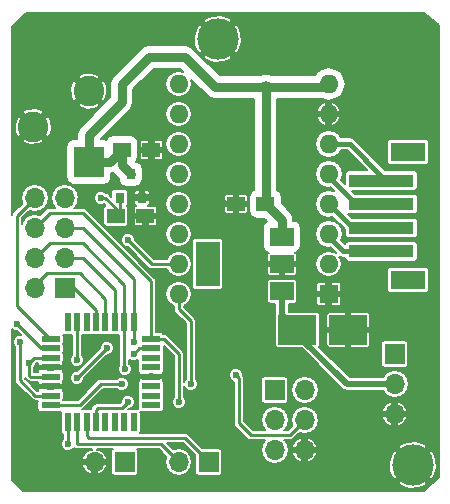
<source format=gbr>
G04 #@! TF.FileFunction,Copper,L2,Bot,Signal*
%FSLAX46Y46*%
G04 Gerber Fmt 4.6, Leading zero omitted, Abs format (unit mm)*
G04 Created by KiCad (PCBNEW 4.0.7) date 06/14/18 07:59:11*
%MOMM*%
%LPD*%
G01*
G04 APERTURE LIST*
%ADD10C,0.100000*%
%ADD11C,3.500000*%
%ADD12R,1.600000X1.600000*%
%ADD13O,1.600000X1.600000*%
%ADD14R,1.500000X1.250000*%
%ADD15R,3.200000X2.500000*%
%ADD16R,1.700000X1.700000*%
%ADD17O,1.700000X1.700000*%
%ADD18R,2.600000X2.600000*%
%ADD19C,2.600000*%
%ADD20R,1.600000X0.550000*%
%ADD21R,0.550000X1.600000*%
%ADD22R,0.800000X0.900000*%
%ADD23R,2.000000X3.800000*%
%ADD24R,2.000000X1.500000*%
%ADD25R,5.500000X1.000000*%
%ADD26R,3.000000X1.600000*%
%ADD27C,0.600000*%
%ADD28C,1.000000*%
%ADD29C,0.250000*%
%ADD30C,0.400000*%
%ADD31C,0.750000*%
%ADD32C,0.550000*%
%ADD33C,0.200000*%
G04 APERTURE END LIST*
D10*
D11*
X152654000Y-81026000D03*
X169164000Y-117094000D03*
X137668000Y-116840000D03*
D12*
X162052000Y-102616000D03*
D13*
X149352000Y-84836000D03*
X162052000Y-100076000D03*
X149352000Y-87376000D03*
X162052000Y-97536000D03*
X149352000Y-89916000D03*
X162052000Y-94996000D03*
X149352000Y-92456000D03*
X162052000Y-92456000D03*
X149352000Y-94996000D03*
X162052000Y-89916000D03*
X149352000Y-97536000D03*
X162052000Y-87376000D03*
X149352000Y-100076000D03*
X162052000Y-84836000D03*
X149352000Y-102616000D03*
D14*
X144546000Y-90424000D03*
X147046000Y-90424000D03*
X144038000Y-96012000D03*
X146538000Y-96012000D03*
X156698000Y-94996000D03*
X154198000Y-94996000D03*
D15*
X159394000Y-105664000D03*
X163694000Y-105664000D03*
D16*
X139700000Y-102108000D03*
D17*
X137160000Y-102108000D03*
X139700000Y-99568000D03*
X137160000Y-99568000D03*
X139700000Y-97028000D03*
X137160000Y-97028000D03*
X139700000Y-94488000D03*
X137160000Y-94488000D03*
D16*
X157480000Y-110744000D03*
D17*
X160020000Y-110744000D03*
X157480000Y-113284000D03*
X160020000Y-113284000D03*
X157480000Y-115824000D03*
X160020000Y-115824000D03*
D18*
X141732000Y-91440000D03*
D19*
X141732000Y-85440000D03*
X137032000Y-88440000D03*
D20*
X138498000Y-112020000D03*
X138498000Y-111220000D03*
X138498000Y-110420000D03*
X138498000Y-109620000D03*
X138498000Y-108820000D03*
X138498000Y-108020000D03*
X138498000Y-107220000D03*
X138498000Y-106420000D03*
D21*
X139948000Y-104970000D03*
X140748000Y-104970000D03*
X141548000Y-104970000D03*
X142348000Y-104970000D03*
X143148000Y-104970000D03*
X143948000Y-104970000D03*
X144748000Y-104970000D03*
X145548000Y-104970000D03*
D20*
X146998000Y-106420000D03*
X146998000Y-107220000D03*
X146998000Y-108020000D03*
X146998000Y-108820000D03*
X146998000Y-109620000D03*
X146998000Y-110420000D03*
X146998000Y-111220000D03*
X146998000Y-112020000D03*
D21*
X145548000Y-113470000D03*
X144748000Y-113470000D03*
X143948000Y-113470000D03*
X143148000Y-113470000D03*
X142348000Y-113470000D03*
X141548000Y-113470000D03*
X140748000Y-113470000D03*
X139948000Y-113470000D03*
D22*
X146238000Y-94472000D03*
X144338000Y-94472000D03*
X145288000Y-92472000D03*
D23*
X151790000Y-100076000D03*
D24*
X158090000Y-100076000D03*
X158090000Y-102376000D03*
X158090000Y-97776000D03*
D16*
X151892000Y-116840000D03*
D17*
X149352000Y-116840000D03*
D16*
X144780000Y-116840000D03*
D17*
X142240000Y-116840000D03*
D16*
X167640000Y-107696000D03*
D17*
X167640000Y-110236000D03*
X167640000Y-112776000D03*
D25*
X166515000Y-99012000D03*
X166515000Y-97012000D03*
X166515000Y-95012000D03*
X166515000Y-93012000D03*
D26*
X168765000Y-101412000D03*
X168765000Y-90612000D03*
D27*
X139954000Y-108966000D03*
X148590000Y-113792000D03*
X137922000Y-114046000D03*
D28*
X165100000Y-88392000D03*
D27*
X143256000Y-107188000D03*
X139954000Y-115316000D03*
X140716000Y-109728000D03*
X136652000Y-108458000D03*
X145542000Y-107696000D03*
X142748000Y-94488000D03*
X145034000Y-98044000D03*
X135890000Y-106680000D03*
D28*
X156718000Y-85090000D03*
D27*
X150368000Y-110236000D03*
X144526000Y-110236000D03*
X154178000Y-109474000D03*
X144780000Y-108966000D03*
X145542000Y-106680000D03*
X149352000Y-111760000D03*
X135636000Y-105156000D03*
X145034000Y-111760000D03*
X140716000Y-108204000D03*
D29*
X146238000Y-93726000D02*
X152146000Y-93726000D01*
X153416000Y-94996000D02*
X154198000Y-94996000D01*
X152146000Y-93726000D02*
X153416000Y-94996000D01*
X147046000Y-90424000D02*
X147046000Y-92436000D01*
X146238000Y-93244000D02*
X146238000Y-93726000D01*
X146238000Y-93726000D02*
X146238000Y-94472000D01*
X147046000Y-92436000D02*
X146238000Y-93244000D01*
X146998000Y-109620000D02*
X148482000Y-109620000D01*
X148590000Y-109728000D02*
X148590000Y-113792000D01*
X148482000Y-109620000D02*
X148590000Y-109728000D01*
X138498000Y-110420000D02*
X139884000Y-110420000D01*
X139884000Y-110420000D02*
X139954000Y-110350000D01*
X139954000Y-110350000D02*
X139954000Y-108966000D01*
X139808000Y-108820000D02*
X138498000Y-108820000D01*
X139954000Y-108966000D02*
X139808000Y-108820000D01*
X143256000Y-107188000D02*
X140716000Y-109728000D01*
X139948000Y-115310000D02*
X139948000Y-113470000D01*
X139954000Y-115316000D02*
X139948000Y-115310000D01*
X138498000Y-109620000D02*
X136798000Y-109620000D01*
X137090000Y-108020000D02*
X138498000Y-108020000D01*
X136652000Y-108458000D02*
X137090000Y-108020000D01*
X136652000Y-109474000D02*
X136652000Y-108458000D01*
X136798000Y-109620000D02*
X136652000Y-109474000D01*
X146998000Y-107220000D02*
X146018000Y-107220000D01*
X146018000Y-107220000D02*
X145542000Y-107696000D01*
X144338000Y-94472000D02*
X144338000Y-95712000D01*
X144338000Y-95712000D02*
X143114000Y-94488000D01*
X143114000Y-94488000D02*
X142748000Y-94488000D01*
D30*
X162052000Y-97536000D02*
X162052000Y-97790000D01*
X162052000Y-97790000D02*
X163274000Y-99012000D01*
X163274000Y-99012000D02*
X166515000Y-99012000D01*
X162052000Y-94996000D02*
X163830000Y-96774000D01*
X163830000Y-96774000D02*
X166277000Y-96774000D01*
X166277000Y-96774000D02*
X166515000Y-97012000D01*
X162052000Y-92456000D02*
X162052000Y-92710000D01*
X162052000Y-92710000D02*
X164354000Y-95012000D01*
X164354000Y-95012000D02*
X166515000Y-95012000D01*
X162052000Y-89916000D02*
X163830000Y-89916000D01*
X163830000Y-89916000D02*
X166515000Y-92601000D01*
X166515000Y-92601000D02*
X166515000Y-93012000D01*
D29*
X147066000Y-100076000D02*
X149352000Y-100076000D01*
X145034000Y-98044000D02*
X147066000Y-100076000D01*
X135890000Y-109918000D02*
X135890000Y-106680000D01*
X137192000Y-111220000D02*
X135890000Y-109918000D01*
X138498000Y-111220000D02*
X137192000Y-111220000D01*
D31*
X141732000Y-91440000D02*
X143530000Y-91440000D01*
X143530000Y-91440000D02*
X144546000Y-90424000D01*
X144546000Y-90424000D02*
X144546000Y-91730000D01*
X144546000Y-91730000D02*
X145288000Y-92472000D01*
X156718000Y-85090000D02*
X161798000Y-85090000D01*
X161798000Y-85090000D02*
X162052000Y-84836000D01*
X156718000Y-85090000D02*
X156718000Y-94976000D01*
X156718000Y-94976000D02*
X158090000Y-96348000D01*
X158090000Y-96348000D02*
X158090000Y-97776000D01*
X141732000Y-91440000D02*
X141732000Y-89154000D01*
X152400000Y-85090000D02*
X156718000Y-85090000D01*
X149860000Y-82550000D02*
X152400000Y-85090000D01*
X146812000Y-82550000D02*
X149860000Y-82550000D01*
X144526000Y-84836000D02*
X146812000Y-82550000D01*
X144526000Y-86360000D02*
X144526000Y-84836000D01*
X141732000Y-89154000D02*
X144526000Y-86360000D01*
D29*
X138498000Y-112020000D02*
X140964000Y-112020000D01*
X149352000Y-103886000D02*
X149352000Y-102616000D01*
X150368000Y-104902000D02*
X149352000Y-103886000D01*
X150368000Y-110236000D02*
X150368000Y-104902000D01*
X142748000Y-110236000D02*
X144526000Y-110236000D01*
X140964000Y-112020000D02*
X142748000Y-110236000D01*
D32*
X158090000Y-102376000D02*
X158090000Y-104360000D01*
X158090000Y-104360000D02*
X159394000Y-105664000D01*
D29*
X159394000Y-105664000D02*
X159394000Y-106054000D01*
D32*
X159394000Y-106054000D02*
X163576000Y-110236000D01*
X163576000Y-110236000D02*
X167640000Y-110236000D01*
D29*
X142348000Y-104970000D02*
X142348000Y-103994000D01*
X142348000Y-103994000D02*
X140462000Y-102108000D01*
X140462000Y-102108000D02*
X139700000Y-102108000D01*
X137160000Y-102108000D02*
X137160000Y-101854000D01*
X137160000Y-101854000D02*
X138176000Y-100838000D01*
X138176000Y-100838000D02*
X140970000Y-100838000D01*
X140970000Y-100838000D02*
X143148000Y-103016000D01*
X143148000Y-103016000D02*
X143148000Y-104970000D01*
X139700000Y-99568000D02*
X141224000Y-99568000D01*
X143948000Y-102292000D02*
X143948000Y-104970000D01*
X141224000Y-99568000D02*
X143948000Y-102292000D01*
X144748000Y-104970000D02*
X144748000Y-108934000D01*
X158750000Y-114554000D02*
X160020000Y-113284000D01*
X155448000Y-114554000D02*
X158750000Y-114554000D01*
X154432000Y-113538000D02*
X155448000Y-114554000D01*
X154432000Y-109728000D02*
X154432000Y-113538000D01*
X154178000Y-109474000D02*
X154432000Y-109728000D01*
X144748000Y-108934000D02*
X144780000Y-108966000D01*
X144748000Y-104970000D02*
X144748000Y-101822000D01*
X138430000Y-98298000D02*
X137160000Y-99568000D01*
X141224000Y-98298000D02*
X138430000Y-98298000D01*
X144748000Y-101822000D02*
X141224000Y-98298000D01*
X145548000Y-104970000D02*
X145548000Y-106674000D01*
X145548000Y-106674000D02*
X145542000Y-106680000D01*
X145548000Y-104970000D02*
X145548000Y-101352000D01*
X141224000Y-97028000D02*
X139700000Y-97028000D01*
X145548000Y-101352000D02*
X141224000Y-97028000D01*
X146998000Y-106420000D02*
X148076000Y-106420000D01*
X149352000Y-107696000D02*
X149352000Y-111760000D01*
X148076000Y-106420000D02*
X149352000Y-107696000D01*
X146998000Y-106420000D02*
X146998000Y-101532000D01*
X138430000Y-95758000D02*
X137160000Y-97028000D01*
X141224000Y-95758000D02*
X138430000Y-95758000D01*
X146998000Y-101532000D02*
X141224000Y-95758000D01*
X138498000Y-107220000D02*
X137700000Y-107220000D01*
X137700000Y-107220000D02*
X135636000Y-105156000D01*
X138498000Y-106420000D02*
X138424000Y-106420000D01*
X138424000Y-106420000D02*
X135636000Y-103632000D01*
X135636000Y-103632000D02*
X135636000Y-96012000D01*
X135636000Y-96012000D02*
X137160000Y-94488000D01*
X145034000Y-111760000D02*
X144526000Y-112268000D01*
X142348000Y-112414000D02*
X142348000Y-113470000D01*
X142494000Y-112268000D02*
X142348000Y-112414000D01*
X144526000Y-112268000D02*
X142494000Y-112268000D01*
X141548000Y-113470000D02*
X141548000Y-114624000D01*
X149860000Y-114808000D02*
X151892000Y-116840000D01*
X141732000Y-114808000D02*
X149860000Y-114808000D01*
X141548000Y-114624000D02*
X141732000Y-114808000D01*
X140748000Y-113470000D02*
X140748000Y-115284000D01*
X147828000Y-115316000D02*
X149352000Y-116840000D01*
X140780000Y-115316000D02*
X147828000Y-115316000D01*
X140748000Y-115284000D02*
X140780000Y-115316000D01*
X140748000Y-104970000D02*
X140748000Y-108172000D01*
X140748000Y-108172000D02*
X140716000Y-108204000D01*
D33*
G36*
X171350000Y-79804063D02*
X171350000Y-118068578D01*
X170138578Y-119280000D01*
X136185422Y-119280000D01*
X135531396Y-118625974D01*
X167914869Y-118625974D01*
X168132982Y-118853335D01*
X168884732Y-119113967D01*
X169678998Y-119067078D01*
X170195018Y-118853335D01*
X170413131Y-118625974D01*
X169164000Y-117376843D01*
X167914869Y-118625974D01*
X135531396Y-118625974D01*
X135228000Y-118322578D01*
X135228000Y-117206751D01*
X141202918Y-117206751D01*
X141422211Y-117575708D01*
X141766005Y-117832660D01*
X141873253Y-117877061D01*
X142040000Y-117858040D01*
X142040000Y-117040000D01*
X142440000Y-117040000D01*
X142440000Y-117858040D01*
X142606747Y-117877061D01*
X142713995Y-117832660D01*
X143057789Y-117575708D01*
X143277082Y-117206751D01*
X143259186Y-117040000D01*
X142440000Y-117040000D01*
X142040000Y-117040000D01*
X141220814Y-117040000D01*
X141202918Y-117206751D01*
X135228000Y-117206751D01*
X135228000Y-105596558D01*
X135295683Y-105664359D01*
X135516129Y-105755896D01*
X135634959Y-105756000D01*
X135959019Y-106080060D01*
X135771176Y-106079896D01*
X135550571Y-106171048D01*
X135381641Y-106339683D01*
X135290104Y-106560129D01*
X135289896Y-106798824D01*
X135381048Y-107019429D01*
X135465000Y-107103528D01*
X135465000Y-109918000D01*
X135482539Y-110006173D01*
X135497351Y-110080641D01*
X135589480Y-110218520D01*
X136891480Y-111520520D01*
X137029359Y-111612649D01*
X137056343Y-111618016D01*
X137192000Y-111645000D01*
X137412374Y-111645000D01*
X137392123Y-111745000D01*
X137392123Y-112295000D01*
X137413042Y-112406173D01*
X137478745Y-112508279D01*
X137578997Y-112576778D01*
X137698000Y-112600877D01*
X139298000Y-112600877D01*
X139384414Y-112584617D01*
X139367123Y-112670000D01*
X139367123Y-114270000D01*
X139388042Y-114381173D01*
X139453745Y-114483279D01*
X139523000Y-114530599D01*
X139523000Y-114898459D01*
X139445641Y-114975683D01*
X139354104Y-115196129D01*
X139353896Y-115434824D01*
X139445048Y-115655429D01*
X139613683Y-115824359D01*
X139834129Y-115915896D01*
X140072824Y-115916104D01*
X140293429Y-115824952D01*
X140462359Y-115656317D01*
X140479059Y-115616099D01*
X140479480Y-115616520D01*
X140617359Y-115708649D01*
X140780000Y-115741000D01*
X142039998Y-115741000D01*
X142039998Y-115821960D01*
X141873253Y-115802939D01*
X141766005Y-115847340D01*
X141422211Y-116104292D01*
X141202918Y-116473249D01*
X141220814Y-116640000D01*
X142040000Y-116640000D01*
X142040000Y-116620000D01*
X142440000Y-116620000D01*
X142440000Y-116640000D01*
X143259186Y-116640000D01*
X143277082Y-116473249D01*
X143057789Y-116104292D01*
X142713995Y-115847340D01*
X142606747Y-115802939D01*
X142440002Y-115821960D01*
X142440002Y-115741000D01*
X143762946Y-115741000D01*
X143716721Y-115770745D01*
X143648222Y-115870997D01*
X143624123Y-115990000D01*
X143624123Y-117690000D01*
X143645042Y-117801173D01*
X143710745Y-117903279D01*
X143810997Y-117971778D01*
X143930000Y-117995877D01*
X145630000Y-117995877D01*
X145741173Y-117974958D01*
X145843279Y-117909255D01*
X145911778Y-117809003D01*
X145935877Y-117690000D01*
X145935877Y-115990000D01*
X145914958Y-115878827D01*
X145849255Y-115776721D01*
X145796975Y-115741000D01*
X147651960Y-115741000D01*
X148289341Y-116378381D01*
X148202000Y-116817470D01*
X148202000Y-116862530D01*
X148289539Y-117302616D01*
X148538827Y-117675703D01*
X148911914Y-117924991D01*
X149352000Y-118012530D01*
X149792086Y-117924991D01*
X150165173Y-117675703D01*
X150414461Y-117302616D01*
X150502000Y-116862530D01*
X150502000Y-116817470D01*
X150414461Y-116377384D01*
X150165173Y-116004297D01*
X149792086Y-115755009D01*
X149352000Y-115667470D01*
X148911914Y-115755009D01*
X148885619Y-115772579D01*
X148346040Y-115233000D01*
X149683960Y-115233000D01*
X150736123Y-116285163D01*
X150736123Y-117690000D01*
X150757042Y-117801173D01*
X150822745Y-117903279D01*
X150922997Y-117971778D01*
X151042000Y-117995877D01*
X152742000Y-117995877D01*
X152853173Y-117974958D01*
X152955279Y-117909255D01*
X153023778Y-117809003D01*
X153047877Y-117690000D01*
X153047877Y-115990000D01*
X153026958Y-115878827D01*
X152961255Y-115776721D01*
X152861003Y-115708222D01*
X152742000Y-115684123D01*
X151337163Y-115684123D01*
X150160520Y-114507480D01*
X150022641Y-114415351D01*
X149995657Y-114409984D01*
X149860000Y-114383000D01*
X146105994Y-114383000D01*
X146128877Y-114270000D01*
X146128877Y-112670000D01*
X146112617Y-112583586D01*
X146198000Y-112600877D01*
X147798000Y-112600877D01*
X147909173Y-112579958D01*
X148011279Y-112514255D01*
X148079778Y-112414003D01*
X148103877Y-112295000D01*
X148103877Y-111745000D01*
X148082958Y-111633827D01*
X148074846Y-111621221D01*
X148079778Y-111614003D01*
X148103877Y-111495000D01*
X148103877Y-110945000D01*
X148082958Y-110833827D01*
X148074846Y-110821221D01*
X148079778Y-110814003D01*
X148103877Y-110695000D01*
X148103877Y-110145000D01*
X148082958Y-110033827D01*
X148039237Y-109965883D01*
X148048000Y-109944728D01*
X148048000Y-109820000D01*
X147985500Y-109757500D01*
X147198000Y-109757500D01*
X147198000Y-109839123D01*
X146798000Y-109839123D01*
X146798000Y-109757500D01*
X146010500Y-109757500D01*
X145948000Y-109820000D01*
X145948000Y-109944728D01*
X145956964Y-109966369D01*
X145916222Y-110025997D01*
X145892123Y-110145000D01*
X145892123Y-110695000D01*
X145913042Y-110806173D01*
X145921154Y-110818779D01*
X145916222Y-110825997D01*
X145892123Y-110945000D01*
X145892123Y-111495000D01*
X145913042Y-111606173D01*
X145921154Y-111618779D01*
X145916222Y-111625997D01*
X145892123Y-111745000D01*
X145892123Y-112295000D01*
X145908383Y-112381414D01*
X145823000Y-112364123D01*
X145273000Y-112364123D01*
X145161827Y-112385042D01*
X145149221Y-112393154D01*
X145142003Y-112388222D01*
X145029584Y-112365456D01*
X145035039Y-112360001D01*
X145152824Y-112360104D01*
X145373429Y-112268952D01*
X145542359Y-112100317D01*
X145633896Y-111879871D01*
X145634104Y-111641176D01*
X145542952Y-111420571D01*
X145374317Y-111251641D01*
X145153871Y-111160104D01*
X144915176Y-111159896D01*
X144694571Y-111251048D01*
X144525641Y-111419683D01*
X144434104Y-111640129D01*
X144434000Y-111758959D01*
X144349960Y-111843000D01*
X142494000Y-111843000D01*
X142331360Y-111875351D01*
X142285608Y-111905922D01*
X142193479Y-111967480D01*
X142047480Y-112113480D01*
X141955351Y-112251359D01*
X141955351Y-112251360D01*
X141928665Y-112385521D01*
X141823000Y-112364123D01*
X141273000Y-112364123D01*
X141170360Y-112383436D01*
X141264520Y-112320520D01*
X142924040Y-110661000D01*
X144102470Y-110661000D01*
X144185683Y-110744359D01*
X144406129Y-110835896D01*
X144644824Y-110836104D01*
X144865429Y-110744952D01*
X145034359Y-110576317D01*
X145125896Y-110355871D01*
X145126104Y-110117176D01*
X145034952Y-109896571D01*
X144866317Y-109727641D01*
X144645871Y-109636104D01*
X144407176Y-109635896D01*
X144186571Y-109727048D01*
X144102472Y-109811000D01*
X142748000Y-109811000D01*
X142612343Y-109837984D01*
X142585359Y-109843351D01*
X142447480Y-109935480D01*
X140787960Y-111595000D01*
X139583626Y-111595000D01*
X139603877Y-111495000D01*
X139603877Y-110945000D01*
X139582958Y-110833827D01*
X139539237Y-110765883D01*
X139548000Y-110744728D01*
X139548000Y-110620000D01*
X139485500Y-110557500D01*
X138698000Y-110557500D01*
X138698000Y-110639123D01*
X138298000Y-110639123D01*
X138298000Y-110557500D01*
X137510500Y-110557500D01*
X137448000Y-110620000D01*
X137448000Y-110744728D01*
X137456964Y-110766369D01*
X137437401Y-110795000D01*
X137368040Y-110795000D01*
X136315000Y-109741960D01*
X136315000Y-109719925D01*
X136351480Y-109774520D01*
X136497479Y-109920520D01*
X136552824Y-109957500D01*
X136635360Y-110012649D01*
X136798000Y-110045000D01*
X137438026Y-110045000D01*
X137456763Y-110074117D01*
X137448000Y-110095272D01*
X137448000Y-110220000D01*
X137510500Y-110282500D01*
X138298000Y-110282500D01*
X138298000Y-110200877D01*
X138698000Y-110200877D01*
X138698000Y-110282500D01*
X139485500Y-110282500D01*
X139548000Y-110220000D01*
X139548000Y-110095272D01*
X139539036Y-110073631D01*
X139579778Y-110014003D01*
X139603877Y-109895000D01*
X139603877Y-109846824D01*
X140115896Y-109846824D01*
X140207048Y-110067429D01*
X140375683Y-110236359D01*
X140596129Y-110327896D01*
X140834824Y-110328104D01*
X141055429Y-110236952D01*
X141224359Y-110068317D01*
X141315896Y-109847871D01*
X141316000Y-109729041D01*
X143257040Y-107788001D01*
X143374824Y-107788104D01*
X143595429Y-107696952D01*
X143764359Y-107528317D01*
X143855896Y-107307871D01*
X143856104Y-107069176D01*
X143764952Y-106848571D01*
X143596317Y-106679641D01*
X143375871Y-106588104D01*
X143137176Y-106587896D01*
X142916571Y-106679048D01*
X142747641Y-106847683D01*
X142656104Y-107068129D01*
X142656000Y-107186959D01*
X140714961Y-109127999D01*
X140597176Y-109127896D01*
X140376571Y-109219048D01*
X140207641Y-109387683D01*
X140116104Y-109608129D01*
X140115896Y-109846824D01*
X139603877Y-109846824D01*
X139603877Y-109345000D01*
X139582958Y-109233827D01*
X139539237Y-109165883D01*
X139548000Y-109144728D01*
X139548000Y-109020000D01*
X139485500Y-108957500D01*
X138698000Y-108957500D01*
X138698000Y-109039123D01*
X138298000Y-109039123D01*
X138298000Y-108957500D01*
X137510500Y-108957500D01*
X137448000Y-109020000D01*
X137448000Y-109144728D01*
X137456964Y-109166369D01*
X137437401Y-109195000D01*
X137077000Y-109195000D01*
X137077000Y-108881530D01*
X137160359Y-108798317D01*
X137251896Y-108577871D01*
X137252000Y-108459041D01*
X137266041Y-108445000D01*
X137438026Y-108445000D01*
X137456763Y-108474117D01*
X137448000Y-108495272D01*
X137448000Y-108620000D01*
X137510500Y-108682500D01*
X138298000Y-108682500D01*
X138298000Y-108600877D01*
X138698000Y-108600877D01*
X138698000Y-108682500D01*
X139485500Y-108682500D01*
X139548000Y-108620000D01*
X139548000Y-108495272D01*
X139539036Y-108473631D01*
X139579778Y-108414003D01*
X139603877Y-108295000D01*
X139603877Y-107745000D01*
X139582958Y-107633827D01*
X139574846Y-107621221D01*
X139579778Y-107614003D01*
X139603877Y-107495000D01*
X139603877Y-106945000D01*
X139582958Y-106833827D01*
X139574846Y-106821221D01*
X139579778Y-106814003D01*
X139603877Y-106695000D01*
X139603877Y-106145000D01*
X139587617Y-106058586D01*
X139673000Y-106075877D01*
X140223000Y-106075877D01*
X140323000Y-106057060D01*
X140323000Y-107748525D01*
X140207641Y-107863683D01*
X140116104Y-108084129D01*
X140115896Y-108322824D01*
X140207048Y-108543429D01*
X140375683Y-108712359D01*
X140596129Y-108803896D01*
X140834824Y-108804104D01*
X141055429Y-108712952D01*
X141224359Y-108544317D01*
X141315896Y-108323871D01*
X141316104Y-108085176D01*
X141224952Y-107864571D01*
X141173000Y-107812528D01*
X141173000Y-106055626D01*
X141273000Y-106075877D01*
X141823000Y-106075877D01*
X141934173Y-106054958D01*
X141946779Y-106046846D01*
X141953997Y-106051778D01*
X142073000Y-106075877D01*
X142623000Y-106075877D01*
X142734173Y-106054958D01*
X142746779Y-106046846D01*
X142753997Y-106051778D01*
X142873000Y-106075877D01*
X143423000Y-106075877D01*
X143534173Y-106054958D01*
X143546779Y-106046846D01*
X143553997Y-106051778D01*
X143673000Y-106075877D01*
X144223000Y-106075877D01*
X144323000Y-106057060D01*
X144323000Y-108574414D01*
X144271641Y-108625683D01*
X144180104Y-108846129D01*
X144179896Y-109084824D01*
X144271048Y-109305429D01*
X144439683Y-109474359D01*
X144660129Y-109565896D01*
X144898824Y-109566104D01*
X145119429Y-109474952D01*
X145288359Y-109306317D01*
X145379896Y-109085871D01*
X145380104Y-108847176D01*
X145288952Y-108626571D01*
X145173000Y-108510416D01*
X145173000Y-108175626D01*
X145201683Y-108204359D01*
X145422129Y-108295896D01*
X145660824Y-108296104D01*
X145881429Y-108204952D01*
X145892123Y-108194277D01*
X145892123Y-108295000D01*
X145913042Y-108406173D01*
X145921154Y-108418779D01*
X145916222Y-108425997D01*
X145892123Y-108545000D01*
X145892123Y-109095000D01*
X145913042Y-109206173D01*
X145956763Y-109274117D01*
X145948000Y-109295272D01*
X145948000Y-109420000D01*
X146010500Y-109482500D01*
X146798000Y-109482500D01*
X146798000Y-109400877D01*
X147198000Y-109400877D01*
X147198000Y-109482500D01*
X147985500Y-109482500D01*
X148048000Y-109420000D01*
X148048000Y-109295272D01*
X148039036Y-109273631D01*
X148079778Y-109214003D01*
X148103877Y-109095000D01*
X148103877Y-108545000D01*
X148082958Y-108433827D01*
X148074846Y-108421221D01*
X148079778Y-108414003D01*
X148103877Y-108295000D01*
X148103877Y-107745000D01*
X148082958Y-107633827D01*
X148074846Y-107621221D01*
X148079778Y-107614003D01*
X148103877Y-107495000D01*
X148103877Y-107048917D01*
X148927000Y-107872041D01*
X148927000Y-111336470D01*
X148843641Y-111419683D01*
X148752104Y-111640129D01*
X148751896Y-111878824D01*
X148843048Y-112099429D01*
X149011683Y-112268359D01*
X149232129Y-112359896D01*
X149470824Y-112360104D01*
X149691429Y-112268952D01*
X149860359Y-112100317D01*
X149951896Y-111879871D01*
X149952104Y-111641176D01*
X149860952Y-111420571D01*
X149777000Y-111336472D01*
X149777000Y-110376857D01*
X149859048Y-110575429D01*
X150027683Y-110744359D01*
X150248129Y-110835896D01*
X150486824Y-110836104D01*
X150707429Y-110744952D01*
X150876359Y-110576317D01*
X150967896Y-110355871D01*
X150968104Y-110117176D01*
X150876952Y-109896571D01*
X150793000Y-109812472D01*
X150793000Y-109592824D01*
X153577896Y-109592824D01*
X153669048Y-109813429D01*
X153837683Y-109982359D01*
X154007000Y-110052665D01*
X154007000Y-113538000D01*
X154025825Y-113632640D01*
X154039351Y-113700641D01*
X154131480Y-113838520D01*
X155147480Y-114854520D01*
X155285359Y-114946649D01*
X155312343Y-114952016D01*
X155448000Y-114979000D01*
X156691930Y-114979000D01*
X156644297Y-115010827D01*
X156395009Y-115383914D01*
X156307470Y-115824000D01*
X156395009Y-116264086D01*
X156644297Y-116637173D01*
X157017384Y-116886461D01*
X157457470Y-116974000D01*
X157502530Y-116974000D01*
X157942616Y-116886461D01*
X158315703Y-116637173D01*
X158564991Y-116264086D01*
X158579579Y-116190747D01*
X158982939Y-116190747D01*
X159027340Y-116297995D01*
X159284292Y-116641789D01*
X159653249Y-116861082D01*
X159820000Y-116843186D01*
X159820000Y-116024000D01*
X160220000Y-116024000D01*
X160220000Y-116843186D01*
X160386751Y-116861082D01*
X160464734Y-116814732D01*
X167144033Y-116814732D01*
X167190922Y-117608998D01*
X167404665Y-118125018D01*
X167632026Y-118343131D01*
X168881157Y-117094000D01*
X169446843Y-117094000D01*
X170695974Y-118343131D01*
X170923335Y-118125018D01*
X171183967Y-117373268D01*
X171137078Y-116579002D01*
X170923335Y-116062982D01*
X170695974Y-115844869D01*
X169446843Y-117094000D01*
X168881157Y-117094000D01*
X167632026Y-115844869D01*
X167404665Y-116062982D01*
X167144033Y-116814732D01*
X160464734Y-116814732D01*
X160755708Y-116641789D01*
X161012660Y-116297995D01*
X161057061Y-116190747D01*
X161038040Y-116024000D01*
X160220000Y-116024000D01*
X159820000Y-116024000D01*
X159001960Y-116024000D01*
X158982939Y-116190747D01*
X158579579Y-116190747D01*
X158652530Y-115824000D01*
X158579580Y-115457253D01*
X158982939Y-115457253D01*
X159001960Y-115624000D01*
X159820000Y-115624000D01*
X159820000Y-114804814D01*
X160220000Y-114804814D01*
X160220000Y-115624000D01*
X161038040Y-115624000D01*
X161045109Y-115562026D01*
X167914869Y-115562026D01*
X169164000Y-116811157D01*
X170413131Y-115562026D01*
X170195018Y-115334665D01*
X169443268Y-115074033D01*
X168649002Y-115120922D01*
X168132982Y-115334665D01*
X167914869Y-115562026D01*
X161045109Y-115562026D01*
X161057061Y-115457253D01*
X161012660Y-115350005D01*
X160755708Y-115006211D01*
X160386751Y-114786918D01*
X160220000Y-114804814D01*
X159820000Y-114804814D01*
X159653249Y-114786918D01*
X159284292Y-115006211D01*
X159027340Y-115350005D01*
X158982939Y-115457253D01*
X158579580Y-115457253D01*
X158564991Y-115383914D01*
X158315703Y-115010827D01*
X158268070Y-114979000D01*
X158750000Y-114979000D01*
X158885657Y-114952016D01*
X158912641Y-114946649D01*
X159050520Y-114854520D01*
X159558381Y-114346659D01*
X159997470Y-114434000D01*
X160042530Y-114434000D01*
X160482616Y-114346461D01*
X160855703Y-114097173D01*
X161104991Y-113724086D01*
X161192530Y-113284000D01*
X161164433Y-113142747D01*
X166602939Y-113142747D01*
X166647340Y-113249995D01*
X166904292Y-113593789D01*
X167273249Y-113813082D01*
X167440000Y-113795186D01*
X167440000Y-112976000D01*
X167840000Y-112976000D01*
X167840000Y-113795186D01*
X168006751Y-113813082D01*
X168375708Y-113593789D01*
X168632660Y-113249995D01*
X168677061Y-113142747D01*
X168658040Y-112976000D01*
X167840000Y-112976000D01*
X167440000Y-112976000D01*
X166621960Y-112976000D01*
X166602939Y-113142747D01*
X161164433Y-113142747D01*
X161104991Y-112843914D01*
X160855703Y-112470827D01*
X160763551Y-112409253D01*
X166602939Y-112409253D01*
X166621960Y-112576000D01*
X167440000Y-112576000D01*
X167440000Y-111756814D01*
X167840000Y-111756814D01*
X167840000Y-112576000D01*
X168658040Y-112576000D01*
X168677061Y-112409253D01*
X168632660Y-112302005D01*
X168375708Y-111958211D01*
X168006751Y-111738918D01*
X167840000Y-111756814D01*
X167440000Y-111756814D01*
X167273249Y-111738918D01*
X166904292Y-111958211D01*
X166647340Y-112302005D01*
X166602939Y-112409253D01*
X160763551Y-112409253D01*
X160482616Y-112221539D01*
X160042530Y-112134000D01*
X159997470Y-112134000D01*
X159557384Y-112221539D01*
X159184297Y-112470827D01*
X158935009Y-112843914D01*
X158847470Y-113284000D01*
X158935009Y-113724086D01*
X158952579Y-113750381D01*
X158573960Y-114129000D01*
X158268070Y-114129000D01*
X158315703Y-114097173D01*
X158564991Y-113724086D01*
X158652530Y-113284000D01*
X158564991Y-112843914D01*
X158315703Y-112470827D01*
X157942616Y-112221539D01*
X157502530Y-112134000D01*
X157457470Y-112134000D01*
X157017384Y-112221539D01*
X156644297Y-112470827D01*
X156395009Y-112843914D01*
X156307470Y-113284000D01*
X156395009Y-113724086D01*
X156644297Y-114097173D01*
X156691930Y-114129000D01*
X155624040Y-114129000D01*
X154857000Y-113361960D01*
X154857000Y-109894000D01*
X156324123Y-109894000D01*
X156324123Y-111594000D01*
X156345042Y-111705173D01*
X156410745Y-111807279D01*
X156510997Y-111875778D01*
X156630000Y-111899877D01*
X158330000Y-111899877D01*
X158441173Y-111878958D01*
X158543279Y-111813255D01*
X158611778Y-111713003D01*
X158635877Y-111594000D01*
X158635877Y-110744000D01*
X158847470Y-110744000D01*
X158935009Y-111184086D01*
X159184297Y-111557173D01*
X159557384Y-111806461D01*
X159997470Y-111894000D01*
X160042530Y-111894000D01*
X160482616Y-111806461D01*
X160855703Y-111557173D01*
X161104991Y-111184086D01*
X161192530Y-110744000D01*
X161104991Y-110303914D01*
X160855703Y-109930827D01*
X160482616Y-109681539D01*
X160042530Y-109594000D01*
X159997470Y-109594000D01*
X159557384Y-109681539D01*
X159184297Y-109930827D01*
X158935009Y-110303914D01*
X158847470Y-110744000D01*
X158635877Y-110744000D01*
X158635877Y-109894000D01*
X158614958Y-109782827D01*
X158549255Y-109680721D01*
X158449003Y-109612222D01*
X158330000Y-109588123D01*
X156630000Y-109588123D01*
X156518827Y-109609042D01*
X156416721Y-109674745D01*
X156348222Y-109774997D01*
X156324123Y-109894000D01*
X154857000Y-109894000D01*
X154857000Y-109728000D01*
X154824649Y-109565360D01*
X154777982Y-109495518D01*
X154778104Y-109355176D01*
X154686952Y-109134571D01*
X154518317Y-108965641D01*
X154297871Y-108874104D01*
X154059176Y-108873896D01*
X153838571Y-108965048D01*
X153669641Y-109133683D01*
X153578104Y-109354129D01*
X153577896Y-109592824D01*
X150793000Y-109592824D01*
X150793000Y-104902000D01*
X150760649Y-104739360D01*
X150760649Y-104739359D01*
X150668520Y-104601480D01*
X149777000Y-103709960D01*
X149777000Y-103635748D01*
X149794502Y-103632267D01*
X150151367Y-103393817D01*
X150389817Y-103036952D01*
X150473550Y-102616000D01*
X150389817Y-102195048D01*
X150151367Y-101838183D01*
X149794502Y-101599733D01*
X149373550Y-101516000D01*
X149330450Y-101516000D01*
X148909498Y-101599733D01*
X148552633Y-101838183D01*
X148314183Y-102195048D01*
X148230450Y-102616000D01*
X148314183Y-103036952D01*
X148552633Y-103393817D01*
X148909498Y-103632267D01*
X148927000Y-103635748D01*
X148927000Y-103886000D01*
X148953984Y-104021657D01*
X148959351Y-104048641D01*
X149051480Y-104186520D01*
X149943000Y-105078040D01*
X149943000Y-109812470D01*
X149859641Y-109895683D01*
X149777000Y-110094705D01*
X149777000Y-107696000D01*
X149758721Y-107604104D01*
X149744649Y-107533359D01*
X149652521Y-107395480D01*
X148376520Y-106119480D01*
X148238641Y-106027351D01*
X148211657Y-106021984D01*
X148076000Y-105995000D01*
X148057974Y-105995000D01*
X148017255Y-105931721D01*
X147917003Y-105863222D01*
X147798000Y-105839123D01*
X147423000Y-105839123D01*
X147423000Y-101532000D01*
X147390649Y-101369360D01*
X147390649Y-101369359D01*
X147298520Y-101231480D01*
X144229864Y-98162824D01*
X144433896Y-98162824D01*
X144525048Y-98383429D01*
X144693683Y-98552359D01*
X144914129Y-98643896D01*
X145032960Y-98644000D01*
X146765480Y-100376520D01*
X146903359Y-100468649D01*
X146930343Y-100474016D01*
X147066000Y-100501000D01*
X148316888Y-100501000D01*
X148552633Y-100853817D01*
X148909498Y-101092267D01*
X149330450Y-101176000D01*
X149373550Y-101176000D01*
X149794502Y-101092267D01*
X150151367Y-100853817D01*
X150389817Y-100496952D01*
X150473550Y-100076000D01*
X150389817Y-99655048D01*
X150151367Y-99298183D01*
X149794502Y-99059733D01*
X149373550Y-98976000D01*
X149330450Y-98976000D01*
X148909498Y-99059733D01*
X148552633Y-99298183D01*
X148316888Y-99651000D01*
X147242040Y-99651000D01*
X145634001Y-98042961D01*
X145634104Y-97925176D01*
X145542952Y-97704571D01*
X145374676Y-97536000D01*
X148230450Y-97536000D01*
X148314183Y-97956952D01*
X148552633Y-98313817D01*
X148909498Y-98552267D01*
X149330450Y-98636000D01*
X149373550Y-98636000D01*
X149794502Y-98552267D01*
X150151367Y-98313817D01*
X150243453Y-98176000D01*
X150484123Y-98176000D01*
X150484123Y-101976000D01*
X150505042Y-102087173D01*
X150570745Y-102189279D01*
X150670997Y-102257778D01*
X150790000Y-102281877D01*
X152790000Y-102281877D01*
X152901173Y-102260958D01*
X153003279Y-102195255D01*
X153071778Y-102095003D01*
X153095877Y-101976000D01*
X153095877Y-101626000D01*
X156784123Y-101626000D01*
X156784123Y-103126000D01*
X156805042Y-103237173D01*
X156870745Y-103339279D01*
X156970997Y-103407778D01*
X157090000Y-103431877D01*
X157515000Y-103431877D01*
X157515000Y-104290931D01*
X157512222Y-104294997D01*
X157488123Y-104414000D01*
X157488123Y-106914000D01*
X157509042Y-107025173D01*
X157574745Y-107127279D01*
X157674997Y-107195778D01*
X157794000Y-107219877D01*
X159746705Y-107219877D01*
X163169414Y-110642586D01*
X163355957Y-110767231D01*
X163576000Y-110811000D01*
X166645155Y-110811000D01*
X166804297Y-111049173D01*
X167177384Y-111298461D01*
X167617470Y-111386000D01*
X167662530Y-111386000D01*
X168102616Y-111298461D01*
X168475703Y-111049173D01*
X168724991Y-110676086D01*
X168812530Y-110236000D01*
X168724991Y-109795914D01*
X168475703Y-109422827D01*
X168102616Y-109173539D01*
X167662530Y-109086000D01*
X167617470Y-109086000D01*
X167177384Y-109173539D01*
X166804297Y-109422827D01*
X166645155Y-109661000D01*
X163814172Y-109661000D01*
X161239407Y-107086235D01*
X161275778Y-107033003D01*
X161299877Y-106914000D01*
X161299877Y-105926500D01*
X161844000Y-105926500D01*
X161844000Y-106963728D01*
X161882060Y-107055614D01*
X161952386Y-107125940D01*
X162044272Y-107164000D01*
X163431500Y-107164000D01*
X163494000Y-107101500D01*
X163494000Y-105864000D01*
X163894000Y-105864000D01*
X163894000Y-107101500D01*
X163956500Y-107164000D01*
X165343728Y-107164000D01*
X165435614Y-107125940D01*
X165505940Y-107055614D01*
X165544000Y-106963728D01*
X165544000Y-106846000D01*
X166484123Y-106846000D01*
X166484123Y-108546000D01*
X166505042Y-108657173D01*
X166570745Y-108759279D01*
X166670997Y-108827778D01*
X166790000Y-108851877D01*
X168490000Y-108851877D01*
X168601173Y-108830958D01*
X168703279Y-108765255D01*
X168771778Y-108665003D01*
X168795877Y-108546000D01*
X168795877Y-106846000D01*
X168774958Y-106734827D01*
X168709255Y-106632721D01*
X168609003Y-106564222D01*
X168490000Y-106540123D01*
X166790000Y-106540123D01*
X166678827Y-106561042D01*
X166576721Y-106626745D01*
X166508222Y-106726997D01*
X166484123Y-106846000D01*
X165544000Y-106846000D01*
X165544000Y-105926500D01*
X165481500Y-105864000D01*
X163894000Y-105864000D01*
X163494000Y-105864000D01*
X161906500Y-105864000D01*
X161844000Y-105926500D01*
X161299877Y-105926500D01*
X161299877Y-104414000D01*
X161290520Y-104364272D01*
X161844000Y-104364272D01*
X161844000Y-105401500D01*
X161906500Y-105464000D01*
X163494000Y-105464000D01*
X163494000Y-104226500D01*
X163894000Y-104226500D01*
X163894000Y-105464000D01*
X165481500Y-105464000D01*
X165544000Y-105401500D01*
X165544000Y-104364272D01*
X165505940Y-104272386D01*
X165435614Y-104202060D01*
X165343728Y-104164000D01*
X163956500Y-104164000D01*
X163894000Y-104226500D01*
X163494000Y-104226500D01*
X163431500Y-104164000D01*
X162044272Y-104164000D01*
X161952386Y-104202060D01*
X161882060Y-104272386D01*
X161844000Y-104364272D01*
X161290520Y-104364272D01*
X161278958Y-104302827D01*
X161213255Y-104200721D01*
X161113003Y-104132222D01*
X160994000Y-104108123D01*
X158665000Y-104108123D01*
X158665000Y-103431877D01*
X159090000Y-103431877D01*
X159201173Y-103410958D01*
X159303279Y-103345255D01*
X159371778Y-103245003D01*
X159395877Y-103126000D01*
X159395877Y-102878500D01*
X161002000Y-102878500D01*
X161002000Y-103465728D01*
X161040060Y-103557614D01*
X161110386Y-103627940D01*
X161202272Y-103666000D01*
X161789500Y-103666000D01*
X161852000Y-103603500D01*
X161852000Y-102816000D01*
X162252000Y-102816000D01*
X162252000Y-103603500D01*
X162314500Y-103666000D01*
X162901728Y-103666000D01*
X162993614Y-103627940D01*
X163063940Y-103557614D01*
X163102000Y-103465728D01*
X163102000Y-102878500D01*
X163039500Y-102816000D01*
X162252000Y-102816000D01*
X161852000Y-102816000D01*
X161064500Y-102816000D01*
X161002000Y-102878500D01*
X159395877Y-102878500D01*
X159395877Y-101766272D01*
X161002000Y-101766272D01*
X161002000Y-102353500D01*
X161064500Y-102416000D01*
X161852000Y-102416000D01*
X161852000Y-101628500D01*
X162252000Y-101628500D01*
X162252000Y-102416000D01*
X163039500Y-102416000D01*
X163102000Y-102353500D01*
X163102000Y-101766272D01*
X163063940Y-101674386D01*
X162993614Y-101604060D01*
X162901728Y-101566000D01*
X162314500Y-101566000D01*
X162252000Y-101628500D01*
X161852000Y-101628500D01*
X161789500Y-101566000D01*
X161202272Y-101566000D01*
X161110386Y-101604060D01*
X161040060Y-101674386D01*
X161002000Y-101766272D01*
X159395877Y-101766272D01*
X159395877Y-101626000D01*
X159374958Y-101514827D01*
X159309255Y-101412721D01*
X159209003Y-101344222D01*
X159090000Y-101320123D01*
X157090000Y-101320123D01*
X156978827Y-101341042D01*
X156876721Y-101406745D01*
X156808222Y-101506997D01*
X156784123Y-101626000D01*
X153095877Y-101626000D01*
X153095877Y-100338500D01*
X156840000Y-100338500D01*
X156840000Y-100875728D01*
X156878060Y-100967614D01*
X156948386Y-101037940D01*
X157040272Y-101076000D01*
X157827500Y-101076000D01*
X157890000Y-101013500D01*
X157890000Y-100276000D01*
X158290000Y-100276000D01*
X158290000Y-101013500D01*
X158352500Y-101076000D01*
X159139728Y-101076000D01*
X159231614Y-101037940D01*
X159301940Y-100967614D01*
X159340000Y-100875728D01*
X159340000Y-100338500D01*
X159277500Y-100276000D01*
X158290000Y-100276000D01*
X157890000Y-100276000D01*
X156902500Y-100276000D01*
X156840000Y-100338500D01*
X153095877Y-100338500D01*
X153095877Y-98176000D01*
X153074958Y-98064827D01*
X153009255Y-97962721D01*
X152909003Y-97894222D01*
X152790000Y-97870123D01*
X150790000Y-97870123D01*
X150678827Y-97891042D01*
X150576721Y-97956745D01*
X150508222Y-98056997D01*
X150484123Y-98176000D01*
X150243453Y-98176000D01*
X150389817Y-97956952D01*
X150473550Y-97536000D01*
X150389817Y-97115048D01*
X150151367Y-96758183D01*
X149794502Y-96519733D01*
X149373550Y-96436000D01*
X149330450Y-96436000D01*
X148909498Y-96519733D01*
X148552633Y-96758183D01*
X148314183Y-97115048D01*
X148230450Y-97536000D01*
X145374676Y-97536000D01*
X145374317Y-97535641D01*
X145153871Y-97444104D01*
X144915176Y-97443896D01*
X144694571Y-97535048D01*
X144525641Y-97703683D01*
X144434104Y-97924129D01*
X144433896Y-98162824D01*
X144229864Y-98162824D01*
X141524520Y-95457480D01*
X141386641Y-95365351D01*
X141359657Y-95359984D01*
X141224000Y-95333000D01*
X140488070Y-95333000D01*
X140535703Y-95301173D01*
X140784991Y-94928086D01*
X140848894Y-94606824D01*
X142147896Y-94606824D01*
X142239048Y-94827429D01*
X142407683Y-94996359D01*
X142628129Y-95087896D01*
X142866824Y-95088104D01*
X143041068Y-95016108D01*
X143146510Y-95121550D01*
X143074721Y-95167745D01*
X143006222Y-95267997D01*
X142982123Y-95387000D01*
X142982123Y-96637000D01*
X143003042Y-96748173D01*
X143068745Y-96850279D01*
X143168997Y-96918778D01*
X143288000Y-96942877D01*
X144788000Y-96942877D01*
X144899173Y-96921958D01*
X145001279Y-96856255D01*
X145069778Y-96756003D01*
X145093877Y-96637000D01*
X145093877Y-96274500D01*
X145538000Y-96274500D01*
X145538000Y-96686728D01*
X145576060Y-96778614D01*
X145646386Y-96848940D01*
X145738272Y-96887000D01*
X146275500Y-96887000D01*
X146338000Y-96824500D01*
X146338000Y-96212000D01*
X146738000Y-96212000D01*
X146738000Y-96824500D01*
X146800500Y-96887000D01*
X147337728Y-96887000D01*
X147429614Y-96848940D01*
X147499940Y-96778614D01*
X147538000Y-96686728D01*
X147538000Y-96274500D01*
X147475500Y-96212000D01*
X146738000Y-96212000D01*
X146338000Y-96212000D01*
X145600500Y-96212000D01*
X145538000Y-96274500D01*
X145093877Y-96274500D01*
X145093877Y-95387000D01*
X145084520Y-95337272D01*
X145538000Y-95337272D01*
X145538000Y-95749500D01*
X145600500Y-95812000D01*
X146338000Y-95812000D01*
X146338000Y-95792000D01*
X146738000Y-95792000D01*
X146738000Y-95812000D01*
X147475500Y-95812000D01*
X147538000Y-95749500D01*
X147538000Y-95337272D01*
X147499940Y-95245386D01*
X147429614Y-95175060D01*
X147337728Y-95137000D01*
X146800500Y-95137000D01*
X146738002Y-95199498D01*
X146738002Y-95151176D01*
X146779614Y-95133940D01*
X146849940Y-95063614D01*
X146877946Y-94996000D01*
X148230450Y-94996000D01*
X148314183Y-95416952D01*
X148552633Y-95773817D01*
X148909498Y-96012267D01*
X149330450Y-96096000D01*
X149373550Y-96096000D01*
X149794502Y-96012267D01*
X150151367Y-95773817D01*
X150389817Y-95416952D01*
X150421335Y-95258500D01*
X153198000Y-95258500D01*
X153198000Y-95670728D01*
X153236060Y-95762614D01*
X153306386Y-95832940D01*
X153398272Y-95871000D01*
X153935500Y-95871000D01*
X153998000Y-95808500D01*
X153998000Y-95196000D01*
X154398000Y-95196000D01*
X154398000Y-95808500D01*
X154460500Y-95871000D01*
X154997728Y-95871000D01*
X155089614Y-95832940D01*
X155159940Y-95762614D01*
X155198000Y-95670728D01*
X155198000Y-95258500D01*
X155135500Y-95196000D01*
X154398000Y-95196000D01*
X153998000Y-95196000D01*
X153260500Y-95196000D01*
X153198000Y-95258500D01*
X150421335Y-95258500D01*
X150473550Y-94996000D01*
X150389817Y-94575048D01*
X150220249Y-94321272D01*
X153198000Y-94321272D01*
X153198000Y-94733500D01*
X153260500Y-94796000D01*
X153998000Y-94796000D01*
X153998000Y-94183500D01*
X154398000Y-94183500D01*
X154398000Y-94796000D01*
X155135500Y-94796000D01*
X155198000Y-94733500D01*
X155198000Y-94321272D01*
X155159940Y-94229386D01*
X155089614Y-94159060D01*
X154997728Y-94121000D01*
X154460500Y-94121000D01*
X154398000Y-94183500D01*
X153998000Y-94183500D01*
X153935500Y-94121000D01*
X153398272Y-94121000D01*
X153306386Y-94159060D01*
X153236060Y-94229386D01*
X153198000Y-94321272D01*
X150220249Y-94321272D01*
X150151367Y-94218183D01*
X149794502Y-93979733D01*
X149373550Y-93896000D01*
X149330450Y-93896000D01*
X148909498Y-93979733D01*
X148552633Y-94218183D01*
X148314183Y-94575048D01*
X148230450Y-94996000D01*
X146877946Y-94996000D01*
X146888000Y-94971728D01*
X146888000Y-94734500D01*
X146825500Y-94672000D01*
X146438000Y-94672000D01*
X146438000Y-94692000D01*
X146038000Y-94692000D01*
X146038000Y-94672000D01*
X145650500Y-94672000D01*
X145588000Y-94734500D01*
X145588000Y-94971728D01*
X145626060Y-95063614D01*
X145696386Y-95133940D01*
X145721023Y-95144145D01*
X145646386Y-95175060D01*
X145576060Y-95245386D01*
X145538000Y-95337272D01*
X145084520Y-95337272D01*
X145072958Y-95275827D01*
X145007255Y-95173721D01*
X144953972Y-95137314D01*
X145019778Y-95041003D01*
X145043877Y-94922000D01*
X145043877Y-94022000D01*
X145034520Y-93972272D01*
X145588000Y-93972272D01*
X145588000Y-94209500D01*
X145650500Y-94272000D01*
X146038000Y-94272000D01*
X146038000Y-93834500D01*
X146438000Y-93834500D01*
X146438000Y-94272000D01*
X146825500Y-94272000D01*
X146888000Y-94209500D01*
X146888000Y-93972272D01*
X146849940Y-93880386D01*
X146779614Y-93810060D01*
X146687728Y-93772000D01*
X146500500Y-93772000D01*
X146438000Y-93834500D01*
X146038000Y-93834500D01*
X145975500Y-93772000D01*
X145788272Y-93772000D01*
X145696386Y-93810060D01*
X145626060Y-93880386D01*
X145588000Y-93972272D01*
X145034520Y-93972272D01*
X145022958Y-93910827D01*
X144957255Y-93808721D01*
X144857003Y-93740222D01*
X144738000Y-93716123D01*
X143938000Y-93716123D01*
X143826827Y-93737042D01*
X143724721Y-93802745D01*
X143656222Y-93902997D01*
X143632123Y-94022000D01*
X143632123Y-94405083D01*
X143414520Y-94187480D01*
X143276641Y-94095351D01*
X143249657Y-94089984D01*
X143185784Y-94077279D01*
X143088317Y-93979641D01*
X142867871Y-93888104D01*
X142629176Y-93887896D01*
X142408571Y-93979048D01*
X142239641Y-94147683D01*
X142148104Y-94368129D01*
X142147896Y-94606824D01*
X140848894Y-94606824D01*
X140872530Y-94488000D01*
X140784991Y-94047914D01*
X140535703Y-93674827D01*
X140162616Y-93425539D01*
X139722530Y-93338000D01*
X139677470Y-93338000D01*
X139237384Y-93425539D01*
X138864297Y-93674827D01*
X138615009Y-94047914D01*
X138527470Y-94488000D01*
X138615009Y-94928086D01*
X138864297Y-95301173D01*
X138911930Y-95333000D01*
X138430000Y-95333000D01*
X138267360Y-95365351D01*
X138267358Y-95365352D01*
X138267359Y-95365352D01*
X138129479Y-95457480D01*
X137621619Y-95965341D01*
X137182530Y-95878000D01*
X137137470Y-95878000D01*
X136697384Y-95965539D01*
X136324297Y-96214827D01*
X136075009Y-96587914D01*
X136061000Y-96658342D01*
X136061000Y-96188040D01*
X136698381Y-95550659D01*
X137137470Y-95638000D01*
X137182530Y-95638000D01*
X137622616Y-95550461D01*
X137995703Y-95301173D01*
X138244991Y-94928086D01*
X138332530Y-94488000D01*
X138244991Y-94047914D01*
X137995703Y-93674827D01*
X137622616Y-93425539D01*
X137182530Y-93338000D01*
X137137470Y-93338000D01*
X136697384Y-93425539D01*
X136324297Y-93674827D01*
X136075009Y-94047914D01*
X135987470Y-94488000D01*
X136075009Y-94928086D01*
X136092579Y-94954381D01*
X135335480Y-95711480D01*
X135243351Y-95849359D01*
X135238322Y-95874641D01*
X135228000Y-95926534D01*
X135228000Y-90140000D01*
X139820246Y-90140000D01*
X139820246Y-92740000D01*
X139862083Y-92962346D01*
X139993490Y-93166558D01*
X140193993Y-93303556D01*
X140432000Y-93351754D01*
X143032000Y-93351754D01*
X143254346Y-93309917D01*
X143458558Y-93178510D01*
X143595556Y-92978007D01*
X143643754Y-92740000D01*
X143643754Y-92392373D01*
X143815647Y-92358182D01*
X143856571Y-92419429D01*
X144276246Y-92839104D01*
X144276246Y-92922000D01*
X144318083Y-93144346D01*
X144449490Y-93348558D01*
X144649993Y-93485556D01*
X144888000Y-93533754D01*
X145688000Y-93533754D01*
X145910346Y-93491917D01*
X146114558Y-93360510D01*
X146251556Y-93160007D01*
X146299754Y-92922000D01*
X146299754Y-92456000D01*
X148230450Y-92456000D01*
X148314183Y-92876952D01*
X148552633Y-93233817D01*
X148909498Y-93472267D01*
X149330450Y-93556000D01*
X149373550Y-93556000D01*
X149794502Y-93472267D01*
X150151367Y-93233817D01*
X150389817Y-92876952D01*
X150473550Y-92456000D01*
X150389817Y-92035048D01*
X150151367Y-91678183D01*
X149794502Y-91439733D01*
X149373550Y-91356000D01*
X149330450Y-91356000D01*
X148909498Y-91439733D01*
X148552633Y-91678183D01*
X148314183Y-92035048D01*
X148230450Y-92456000D01*
X146299754Y-92456000D01*
X146299754Y-92022000D01*
X146257917Y-91799654D01*
X146126510Y-91595442D01*
X145926007Y-91458444D01*
X145764733Y-91425785D01*
X145859556Y-91287007D01*
X145907754Y-91049000D01*
X145907754Y-90686500D01*
X146046000Y-90686500D01*
X146046000Y-91098728D01*
X146084060Y-91190614D01*
X146154386Y-91260940D01*
X146246272Y-91299000D01*
X146783500Y-91299000D01*
X146846000Y-91236500D01*
X146846000Y-90624000D01*
X147246000Y-90624000D01*
X147246000Y-91236500D01*
X147308500Y-91299000D01*
X147845728Y-91299000D01*
X147937614Y-91260940D01*
X148007940Y-91190614D01*
X148046000Y-91098728D01*
X148046000Y-90686500D01*
X147983500Y-90624000D01*
X147246000Y-90624000D01*
X146846000Y-90624000D01*
X146108500Y-90624000D01*
X146046000Y-90686500D01*
X145907754Y-90686500D01*
X145907754Y-89799000D01*
X145898398Y-89749272D01*
X146046000Y-89749272D01*
X146046000Y-90161500D01*
X146108500Y-90224000D01*
X146846000Y-90224000D01*
X146846000Y-89611500D01*
X147246000Y-89611500D01*
X147246000Y-90224000D01*
X147983500Y-90224000D01*
X148046000Y-90161500D01*
X148046000Y-89916000D01*
X148230450Y-89916000D01*
X148314183Y-90336952D01*
X148552633Y-90693817D01*
X148909498Y-90932267D01*
X149330450Y-91016000D01*
X149373550Y-91016000D01*
X149794502Y-90932267D01*
X150151367Y-90693817D01*
X150389817Y-90336952D01*
X150473550Y-89916000D01*
X150389817Y-89495048D01*
X150151367Y-89138183D01*
X149794502Y-88899733D01*
X149373550Y-88816000D01*
X149330450Y-88816000D01*
X148909498Y-88899733D01*
X148552633Y-89138183D01*
X148314183Y-89495048D01*
X148230450Y-89916000D01*
X148046000Y-89916000D01*
X148046000Y-89749272D01*
X148007940Y-89657386D01*
X147937614Y-89587060D01*
X147845728Y-89549000D01*
X147308500Y-89549000D01*
X147246000Y-89611500D01*
X146846000Y-89611500D01*
X146783500Y-89549000D01*
X146246272Y-89549000D01*
X146154386Y-89587060D01*
X146084060Y-89657386D01*
X146046000Y-89749272D01*
X145898398Y-89749272D01*
X145865917Y-89576654D01*
X145734510Y-89372442D01*
X145534007Y-89235444D01*
X145296000Y-89187246D01*
X143796000Y-89187246D01*
X143573654Y-89229083D01*
X143369442Y-89360490D01*
X143232444Y-89560993D01*
X143230918Y-89568528D01*
X143032000Y-89528246D01*
X142736612Y-89528246D01*
X144888858Y-87376000D01*
X148230450Y-87376000D01*
X148314183Y-87796952D01*
X148552633Y-88153817D01*
X148909498Y-88392267D01*
X149330450Y-88476000D01*
X149373550Y-88476000D01*
X149794502Y-88392267D01*
X150151367Y-88153817D01*
X150389817Y-87796952D01*
X150473550Y-87376000D01*
X150389817Y-86955048D01*
X150151367Y-86598183D01*
X149794502Y-86359733D01*
X149373550Y-86276000D01*
X149330450Y-86276000D01*
X148909498Y-86359733D01*
X148552633Y-86598183D01*
X148314183Y-86955048D01*
X148230450Y-87376000D01*
X144888858Y-87376000D01*
X145215429Y-87049429D01*
X145426783Y-86733117D01*
X145501000Y-86360000D01*
X145501000Y-85239858D01*
X147215858Y-83525000D01*
X149456142Y-83525000D01*
X149740042Y-83808900D01*
X149373550Y-83736000D01*
X149330450Y-83736000D01*
X148909498Y-83819733D01*
X148552633Y-84058183D01*
X148314183Y-84415048D01*
X148230450Y-84836000D01*
X148314183Y-85256952D01*
X148552633Y-85613817D01*
X148909498Y-85852267D01*
X149330450Y-85936000D01*
X149373550Y-85936000D01*
X149794502Y-85852267D01*
X150151367Y-85613817D01*
X150389817Y-85256952D01*
X150473550Y-84836000D01*
X150400650Y-84469508D01*
X151710571Y-85779429D01*
X152026884Y-85990783D01*
X152400000Y-86065000D01*
X155743000Y-86065000D01*
X155743000Y-93797819D01*
X155725654Y-93801083D01*
X155521442Y-93932490D01*
X155384444Y-94132993D01*
X155336246Y-94371000D01*
X155336246Y-95621000D01*
X155378083Y-95843346D01*
X155509490Y-96047558D01*
X155709993Y-96184556D01*
X155948000Y-96232754D01*
X156595896Y-96232754D01*
X156838187Y-96475045D01*
X156663442Y-96587490D01*
X156526444Y-96787993D01*
X156478246Y-97026000D01*
X156478246Y-98526000D01*
X156520083Y-98748346D01*
X156651490Y-98952558D01*
X156851993Y-99089556D01*
X156956467Y-99110713D01*
X156948386Y-99114060D01*
X156878060Y-99184386D01*
X156840000Y-99276272D01*
X156840000Y-99813500D01*
X156902500Y-99876000D01*
X157890000Y-99876000D01*
X157890000Y-99856000D01*
X158290000Y-99856000D01*
X158290000Y-99876000D01*
X159277500Y-99876000D01*
X159340000Y-99813500D01*
X159340000Y-99276272D01*
X159301940Y-99184386D01*
X159231614Y-99114060D01*
X159226713Y-99112030D01*
X159312346Y-99095917D01*
X159516558Y-98964510D01*
X159653556Y-98764007D01*
X159701754Y-98526000D01*
X159701754Y-97536000D01*
X160879470Y-97536000D01*
X160967009Y-97976086D01*
X161216297Y-98349173D01*
X161589384Y-98598461D01*
X162029470Y-98686000D01*
X162074530Y-98686000D01*
X162154312Y-98670130D01*
X162643417Y-99159235D01*
X162494502Y-99059733D01*
X162073550Y-98976000D01*
X162030450Y-98976000D01*
X161609498Y-99059733D01*
X161252633Y-99298183D01*
X161014183Y-99655048D01*
X160930450Y-100076000D01*
X161014183Y-100496952D01*
X161252633Y-100853817D01*
X161609498Y-101092267D01*
X162030450Y-101176000D01*
X162073550Y-101176000D01*
X162494502Y-101092267D01*
X162851367Y-100853817D01*
X163012944Y-100612000D01*
X166959123Y-100612000D01*
X166959123Y-102212000D01*
X166980042Y-102323173D01*
X167045745Y-102425279D01*
X167145997Y-102493778D01*
X167265000Y-102517877D01*
X170265000Y-102517877D01*
X170376173Y-102496958D01*
X170478279Y-102431255D01*
X170546778Y-102331003D01*
X170570877Y-102212000D01*
X170570877Y-100612000D01*
X170549958Y-100500827D01*
X170484255Y-100398721D01*
X170384003Y-100330222D01*
X170265000Y-100306123D01*
X167265000Y-100306123D01*
X167153827Y-100327042D01*
X167051721Y-100392745D01*
X166983222Y-100492997D01*
X166959123Y-100612000D01*
X163012944Y-100612000D01*
X163089817Y-100496952D01*
X163173550Y-100076000D01*
X163089817Y-99655048D01*
X162948168Y-99443056D01*
X163063524Y-99520134D01*
X163274000Y-99562000D01*
X163417552Y-99562000D01*
X163432549Y-99641702D01*
X163509203Y-99760825D01*
X163626163Y-99840741D01*
X163765000Y-99868856D01*
X169265000Y-99868856D01*
X169394702Y-99844451D01*
X169513825Y-99767797D01*
X169593741Y-99650837D01*
X169621856Y-99512000D01*
X169621856Y-98512000D01*
X169597451Y-98382298D01*
X169520797Y-98263175D01*
X169403837Y-98183259D01*
X169265000Y-98155144D01*
X163765000Y-98155144D01*
X163635298Y-98179549D01*
X163516175Y-98256203D01*
X163436259Y-98373163D01*
X163432339Y-98392521D01*
X163088490Y-98048672D01*
X163136991Y-97976086D01*
X163224530Y-97536000D01*
X163136991Y-97095914D01*
X162887703Y-96722827D01*
X162514616Y-96473539D01*
X162074530Y-96386000D01*
X162029470Y-96386000D01*
X161589384Y-96473539D01*
X161216297Y-96722827D01*
X160967009Y-97095914D01*
X160879470Y-97536000D01*
X159701754Y-97536000D01*
X159701754Y-97026000D01*
X159659917Y-96803654D01*
X159528510Y-96599442D01*
X159328007Y-96462444D01*
X159090000Y-96414246D01*
X159065000Y-96414246D01*
X159065000Y-96348000D01*
X159007616Y-96059510D01*
X158990783Y-95974883D01*
X158779429Y-95658571D01*
X158059754Y-94938896D01*
X158059754Y-94371000D01*
X158017917Y-94148654D01*
X157886510Y-93944442D01*
X157693000Y-93812222D01*
X157693000Y-89916000D01*
X160879470Y-89916000D01*
X160967009Y-90356086D01*
X161216297Y-90729173D01*
X161589384Y-90978461D01*
X162029470Y-91066000D01*
X162074530Y-91066000D01*
X162514616Y-90978461D01*
X162887703Y-90729173D01*
X163063549Y-90466000D01*
X163602182Y-90466000D01*
X165291327Y-92155144D01*
X163765000Y-92155144D01*
X163635298Y-92179549D01*
X163516175Y-92256203D01*
X163436259Y-92373163D01*
X163408144Y-92512000D01*
X163408144Y-93288326D01*
X163088490Y-92968673D01*
X163136991Y-92896086D01*
X163224530Y-92456000D01*
X163136991Y-92015914D01*
X162887703Y-91642827D01*
X162514616Y-91393539D01*
X162074530Y-91306000D01*
X162029470Y-91306000D01*
X161589384Y-91393539D01*
X161216297Y-91642827D01*
X160967009Y-92015914D01*
X160879470Y-92456000D01*
X160967009Y-92896086D01*
X161216297Y-93269173D01*
X161589384Y-93518461D01*
X162029470Y-93606000D01*
X162074530Y-93606000D01*
X162154312Y-93590130D01*
X162493526Y-93929344D01*
X162074530Y-93846000D01*
X162029470Y-93846000D01*
X161589384Y-93933539D01*
X161216297Y-94182827D01*
X160967009Y-94555914D01*
X160879470Y-94996000D01*
X160967009Y-95436086D01*
X161216297Y-95809173D01*
X161589384Y-96058461D01*
X162029470Y-96146000D01*
X162074530Y-96146000D01*
X162366171Y-96087989D01*
X163408144Y-97129962D01*
X163408144Y-97512000D01*
X163432549Y-97641702D01*
X163509203Y-97760825D01*
X163626163Y-97840741D01*
X163765000Y-97868856D01*
X169265000Y-97868856D01*
X169394702Y-97844451D01*
X169513825Y-97767797D01*
X169593741Y-97650837D01*
X169621856Y-97512000D01*
X169621856Y-96512000D01*
X169597451Y-96382298D01*
X169520797Y-96263175D01*
X169403837Y-96183259D01*
X169265000Y-96155144D01*
X163988962Y-96155144D01*
X163686848Y-95853030D01*
X163765000Y-95868856D01*
X169265000Y-95868856D01*
X169394702Y-95844451D01*
X169513825Y-95767797D01*
X169593741Y-95650837D01*
X169621856Y-95512000D01*
X169621856Y-94512000D01*
X169597451Y-94382298D01*
X169520797Y-94263175D01*
X169403837Y-94183259D01*
X169265000Y-94155144D01*
X164274961Y-94155144D01*
X163988673Y-93868856D01*
X169265000Y-93868856D01*
X169394702Y-93844451D01*
X169513825Y-93767797D01*
X169593741Y-93650837D01*
X169621856Y-93512000D01*
X169621856Y-92512000D01*
X169597451Y-92382298D01*
X169520797Y-92263175D01*
X169403837Y-92183259D01*
X169265000Y-92155144D01*
X166846961Y-92155144D01*
X164503818Y-89812000D01*
X166959123Y-89812000D01*
X166959123Y-91412000D01*
X166980042Y-91523173D01*
X167045745Y-91625279D01*
X167145997Y-91693778D01*
X167265000Y-91717877D01*
X170265000Y-91717877D01*
X170376173Y-91696958D01*
X170478279Y-91631255D01*
X170546778Y-91531003D01*
X170570877Y-91412000D01*
X170570877Y-89812000D01*
X170549958Y-89700827D01*
X170484255Y-89598721D01*
X170384003Y-89530222D01*
X170265000Y-89506123D01*
X167265000Y-89506123D01*
X167153827Y-89527042D01*
X167051721Y-89592745D01*
X166983222Y-89692997D01*
X166959123Y-89812000D01*
X164503818Y-89812000D01*
X164218909Y-89527091D01*
X164040476Y-89407866D01*
X163830000Y-89366000D01*
X163063549Y-89366000D01*
X162887703Y-89102827D01*
X162514616Y-88853539D01*
X162074530Y-88766000D01*
X162029470Y-88766000D01*
X161589384Y-88853539D01*
X161216297Y-89102827D01*
X160967009Y-89475914D01*
X160879470Y-89916000D01*
X157693000Y-89916000D01*
X157693000Y-87734787D01*
X161065201Y-87734787D01*
X161100510Y-87820085D01*
X161342882Y-88150400D01*
X161693210Y-88362820D01*
X161852000Y-88344298D01*
X161852000Y-87576000D01*
X162252000Y-87576000D01*
X162252000Y-88344298D01*
X162410790Y-88362820D01*
X162761118Y-88150400D01*
X163003490Y-87820085D01*
X163038799Y-87734787D01*
X163019035Y-87576000D01*
X162252000Y-87576000D01*
X161852000Y-87576000D01*
X161084965Y-87576000D01*
X161065201Y-87734787D01*
X157693000Y-87734787D01*
X157693000Y-87017213D01*
X161065201Y-87017213D01*
X161084965Y-87176000D01*
X161852000Y-87176000D01*
X161852000Y-86407702D01*
X162252000Y-86407702D01*
X162252000Y-87176000D01*
X163019035Y-87176000D01*
X163038799Y-87017213D01*
X163003490Y-86931915D01*
X162761118Y-86601600D01*
X162410790Y-86389180D01*
X162252000Y-86407702D01*
X161852000Y-86407702D01*
X161693210Y-86389180D01*
X161342882Y-86601600D01*
X161100510Y-86931915D01*
X161065201Y-87017213D01*
X157693000Y-87017213D01*
X157693000Y-86065000D01*
X161392387Y-86065000D01*
X161488815Y-86129431D01*
X162024572Y-86236000D01*
X162079428Y-86236000D01*
X162615185Y-86129431D01*
X163069377Y-85825949D01*
X163372859Y-85371757D01*
X163479428Y-84836000D01*
X163372859Y-84300243D01*
X163069377Y-83846051D01*
X162615185Y-83542569D01*
X162079428Y-83436000D01*
X162024572Y-83436000D01*
X161488815Y-83542569D01*
X161034623Y-83846051D01*
X160854917Y-84115000D01*
X157238335Y-84115000D01*
X156937763Y-83990192D01*
X156500156Y-83989810D01*
X156197173Y-84115000D01*
X152803858Y-84115000D01*
X151246832Y-82557974D01*
X151404869Y-82557974D01*
X151622982Y-82785335D01*
X152374732Y-83045967D01*
X153168998Y-82999078D01*
X153685018Y-82785335D01*
X153903131Y-82557974D01*
X152654000Y-81308843D01*
X151404869Y-82557974D01*
X151246832Y-82557974D01*
X150549429Y-81860571D01*
X150233117Y-81649217D01*
X149860000Y-81575000D01*
X146812000Y-81575000D01*
X146438884Y-81649217D01*
X146438882Y-81649218D01*
X146438883Y-81649218D01*
X146122571Y-81860571D01*
X143836571Y-84146571D01*
X143625217Y-84462883D01*
X143551000Y-84836000D01*
X143551000Y-85956142D01*
X141042571Y-88464571D01*
X140831217Y-88780883D01*
X140767179Y-89102827D01*
X140757000Y-89154000D01*
X140757000Y-89528246D01*
X140432000Y-89528246D01*
X140209654Y-89570083D01*
X140005442Y-89701490D01*
X139868444Y-89901993D01*
X139820246Y-90140000D01*
X135228000Y-90140000D01*
X135228000Y-89645357D01*
X136109486Y-89645357D01*
X136272356Y-89825821D01*
X136860512Y-90011035D01*
X137474774Y-89957073D01*
X137791644Y-89825821D01*
X137954514Y-89645357D01*
X137032000Y-88722843D01*
X136109486Y-89645357D01*
X135228000Y-89645357D01*
X135228000Y-88268512D01*
X135460965Y-88268512D01*
X135514927Y-88882774D01*
X135646179Y-89199644D01*
X135826643Y-89362514D01*
X136749157Y-88440000D01*
X137314843Y-88440000D01*
X138237357Y-89362514D01*
X138417821Y-89199644D01*
X138603035Y-88611488D01*
X138549073Y-87997226D01*
X138417821Y-87680356D01*
X138237357Y-87517486D01*
X137314843Y-88440000D01*
X136749157Y-88440000D01*
X135826643Y-87517486D01*
X135646179Y-87680356D01*
X135460965Y-88268512D01*
X135228000Y-88268512D01*
X135228000Y-87234643D01*
X136109486Y-87234643D01*
X137032000Y-88157157D01*
X137954514Y-87234643D01*
X137791644Y-87054179D01*
X137203488Y-86868965D01*
X136589226Y-86922927D01*
X136272356Y-87054179D01*
X136109486Y-87234643D01*
X135228000Y-87234643D01*
X135228000Y-86645357D01*
X140809486Y-86645357D01*
X140972356Y-86825821D01*
X141560512Y-87011035D01*
X142174774Y-86957073D01*
X142491644Y-86825821D01*
X142654514Y-86645357D01*
X141732000Y-85722843D01*
X140809486Y-86645357D01*
X135228000Y-86645357D01*
X135228000Y-85268512D01*
X140160965Y-85268512D01*
X140214927Y-85882774D01*
X140346179Y-86199644D01*
X140526643Y-86362514D01*
X141449157Y-85440000D01*
X142014843Y-85440000D01*
X142937357Y-86362514D01*
X143117821Y-86199644D01*
X143303035Y-85611488D01*
X143249073Y-84997226D01*
X143117821Y-84680356D01*
X142937357Y-84517486D01*
X142014843Y-85440000D01*
X141449157Y-85440000D01*
X140526643Y-84517486D01*
X140346179Y-84680356D01*
X140160965Y-85268512D01*
X135228000Y-85268512D01*
X135228000Y-84234643D01*
X140809486Y-84234643D01*
X141732000Y-85157157D01*
X142654514Y-84234643D01*
X142491644Y-84054179D01*
X141903488Y-83868965D01*
X141289226Y-83922927D01*
X140972356Y-84054179D01*
X140809486Y-84234643D01*
X135228000Y-84234643D01*
X135228000Y-80746732D01*
X150634033Y-80746732D01*
X150680922Y-81540998D01*
X150894665Y-82057018D01*
X151122026Y-82275131D01*
X152371157Y-81026000D01*
X152936843Y-81026000D01*
X154185974Y-82275131D01*
X154413335Y-82057018D01*
X154673967Y-81305268D01*
X154627078Y-80511002D01*
X154413335Y-79994982D01*
X154185974Y-79776869D01*
X152936843Y-81026000D01*
X152371157Y-81026000D01*
X151122026Y-79776869D01*
X150894665Y-79994982D01*
X150634033Y-80746732D01*
X135228000Y-80746732D01*
X135228000Y-80051422D01*
X135785396Y-79494026D01*
X151404869Y-79494026D01*
X152654000Y-80743157D01*
X153903131Y-79494026D01*
X153685018Y-79266665D01*
X152933268Y-79006033D01*
X152139002Y-79052922D01*
X151622982Y-79266665D01*
X151404869Y-79494026D01*
X135785396Y-79494026D01*
X136439422Y-78840000D01*
X170144921Y-78840000D01*
X171350000Y-79804063D01*
X171350000Y-79804063D01*
G37*
X171350000Y-79804063D02*
X171350000Y-118068578D01*
X170138578Y-119280000D01*
X136185422Y-119280000D01*
X135531396Y-118625974D01*
X167914869Y-118625974D01*
X168132982Y-118853335D01*
X168884732Y-119113967D01*
X169678998Y-119067078D01*
X170195018Y-118853335D01*
X170413131Y-118625974D01*
X169164000Y-117376843D01*
X167914869Y-118625974D01*
X135531396Y-118625974D01*
X135228000Y-118322578D01*
X135228000Y-117206751D01*
X141202918Y-117206751D01*
X141422211Y-117575708D01*
X141766005Y-117832660D01*
X141873253Y-117877061D01*
X142040000Y-117858040D01*
X142040000Y-117040000D01*
X142440000Y-117040000D01*
X142440000Y-117858040D01*
X142606747Y-117877061D01*
X142713995Y-117832660D01*
X143057789Y-117575708D01*
X143277082Y-117206751D01*
X143259186Y-117040000D01*
X142440000Y-117040000D01*
X142040000Y-117040000D01*
X141220814Y-117040000D01*
X141202918Y-117206751D01*
X135228000Y-117206751D01*
X135228000Y-105596558D01*
X135295683Y-105664359D01*
X135516129Y-105755896D01*
X135634959Y-105756000D01*
X135959019Y-106080060D01*
X135771176Y-106079896D01*
X135550571Y-106171048D01*
X135381641Y-106339683D01*
X135290104Y-106560129D01*
X135289896Y-106798824D01*
X135381048Y-107019429D01*
X135465000Y-107103528D01*
X135465000Y-109918000D01*
X135482539Y-110006173D01*
X135497351Y-110080641D01*
X135589480Y-110218520D01*
X136891480Y-111520520D01*
X137029359Y-111612649D01*
X137056343Y-111618016D01*
X137192000Y-111645000D01*
X137412374Y-111645000D01*
X137392123Y-111745000D01*
X137392123Y-112295000D01*
X137413042Y-112406173D01*
X137478745Y-112508279D01*
X137578997Y-112576778D01*
X137698000Y-112600877D01*
X139298000Y-112600877D01*
X139384414Y-112584617D01*
X139367123Y-112670000D01*
X139367123Y-114270000D01*
X139388042Y-114381173D01*
X139453745Y-114483279D01*
X139523000Y-114530599D01*
X139523000Y-114898459D01*
X139445641Y-114975683D01*
X139354104Y-115196129D01*
X139353896Y-115434824D01*
X139445048Y-115655429D01*
X139613683Y-115824359D01*
X139834129Y-115915896D01*
X140072824Y-115916104D01*
X140293429Y-115824952D01*
X140462359Y-115656317D01*
X140479059Y-115616099D01*
X140479480Y-115616520D01*
X140617359Y-115708649D01*
X140780000Y-115741000D01*
X142039998Y-115741000D01*
X142039998Y-115821960D01*
X141873253Y-115802939D01*
X141766005Y-115847340D01*
X141422211Y-116104292D01*
X141202918Y-116473249D01*
X141220814Y-116640000D01*
X142040000Y-116640000D01*
X142040000Y-116620000D01*
X142440000Y-116620000D01*
X142440000Y-116640000D01*
X143259186Y-116640000D01*
X143277082Y-116473249D01*
X143057789Y-116104292D01*
X142713995Y-115847340D01*
X142606747Y-115802939D01*
X142440002Y-115821960D01*
X142440002Y-115741000D01*
X143762946Y-115741000D01*
X143716721Y-115770745D01*
X143648222Y-115870997D01*
X143624123Y-115990000D01*
X143624123Y-117690000D01*
X143645042Y-117801173D01*
X143710745Y-117903279D01*
X143810997Y-117971778D01*
X143930000Y-117995877D01*
X145630000Y-117995877D01*
X145741173Y-117974958D01*
X145843279Y-117909255D01*
X145911778Y-117809003D01*
X145935877Y-117690000D01*
X145935877Y-115990000D01*
X145914958Y-115878827D01*
X145849255Y-115776721D01*
X145796975Y-115741000D01*
X147651960Y-115741000D01*
X148289341Y-116378381D01*
X148202000Y-116817470D01*
X148202000Y-116862530D01*
X148289539Y-117302616D01*
X148538827Y-117675703D01*
X148911914Y-117924991D01*
X149352000Y-118012530D01*
X149792086Y-117924991D01*
X150165173Y-117675703D01*
X150414461Y-117302616D01*
X150502000Y-116862530D01*
X150502000Y-116817470D01*
X150414461Y-116377384D01*
X150165173Y-116004297D01*
X149792086Y-115755009D01*
X149352000Y-115667470D01*
X148911914Y-115755009D01*
X148885619Y-115772579D01*
X148346040Y-115233000D01*
X149683960Y-115233000D01*
X150736123Y-116285163D01*
X150736123Y-117690000D01*
X150757042Y-117801173D01*
X150822745Y-117903279D01*
X150922997Y-117971778D01*
X151042000Y-117995877D01*
X152742000Y-117995877D01*
X152853173Y-117974958D01*
X152955279Y-117909255D01*
X153023778Y-117809003D01*
X153047877Y-117690000D01*
X153047877Y-115990000D01*
X153026958Y-115878827D01*
X152961255Y-115776721D01*
X152861003Y-115708222D01*
X152742000Y-115684123D01*
X151337163Y-115684123D01*
X150160520Y-114507480D01*
X150022641Y-114415351D01*
X149995657Y-114409984D01*
X149860000Y-114383000D01*
X146105994Y-114383000D01*
X146128877Y-114270000D01*
X146128877Y-112670000D01*
X146112617Y-112583586D01*
X146198000Y-112600877D01*
X147798000Y-112600877D01*
X147909173Y-112579958D01*
X148011279Y-112514255D01*
X148079778Y-112414003D01*
X148103877Y-112295000D01*
X148103877Y-111745000D01*
X148082958Y-111633827D01*
X148074846Y-111621221D01*
X148079778Y-111614003D01*
X148103877Y-111495000D01*
X148103877Y-110945000D01*
X148082958Y-110833827D01*
X148074846Y-110821221D01*
X148079778Y-110814003D01*
X148103877Y-110695000D01*
X148103877Y-110145000D01*
X148082958Y-110033827D01*
X148039237Y-109965883D01*
X148048000Y-109944728D01*
X148048000Y-109820000D01*
X147985500Y-109757500D01*
X147198000Y-109757500D01*
X147198000Y-109839123D01*
X146798000Y-109839123D01*
X146798000Y-109757500D01*
X146010500Y-109757500D01*
X145948000Y-109820000D01*
X145948000Y-109944728D01*
X145956964Y-109966369D01*
X145916222Y-110025997D01*
X145892123Y-110145000D01*
X145892123Y-110695000D01*
X145913042Y-110806173D01*
X145921154Y-110818779D01*
X145916222Y-110825997D01*
X145892123Y-110945000D01*
X145892123Y-111495000D01*
X145913042Y-111606173D01*
X145921154Y-111618779D01*
X145916222Y-111625997D01*
X145892123Y-111745000D01*
X145892123Y-112295000D01*
X145908383Y-112381414D01*
X145823000Y-112364123D01*
X145273000Y-112364123D01*
X145161827Y-112385042D01*
X145149221Y-112393154D01*
X145142003Y-112388222D01*
X145029584Y-112365456D01*
X145035039Y-112360001D01*
X145152824Y-112360104D01*
X145373429Y-112268952D01*
X145542359Y-112100317D01*
X145633896Y-111879871D01*
X145634104Y-111641176D01*
X145542952Y-111420571D01*
X145374317Y-111251641D01*
X145153871Y-111160104D01*
X144915176Y-111159896D01*
X144694571Y-111251048D01*
X144525641Y-111419683D01*
X144434104Y-111640129D01*
X144434000Y-111758959D01*
X144349960Y-111843000D01*
X142494000Y-111843000D01*
X142331360Y-111875351D01*
X142285608Y-111905922D01*
X142193479Y-111967480D01*
X142047480Y-112113480D01*
X141955351Y-112251359D01*
X141955351Y-112251360D01*
X141928665Y-112385521D01*
X141823000Y-112364123D01*
X141273000Y-112364123D01*
X141170360Y-112383436D01*
X141264520Y-112320520D01*
X142924040Y-110661000D01*
X144102470Y-110661000D01*
X144185683Y-110744359D01*
X144406129Y-110835896D01*
X144644824Y-110836104D01*
X144865429Y-110744952D01*
X145034359Y-110576317D01*
X145125896Y-110355871D01*
X145126104Y-110117176D01*
X145034952Y-109896571D01*
X144866317Y-109727641D01*
X144645871Y-109636104D01*
X144407176Y-109635896D01*
X144186571Y-109727048D01*
X144102472Y-109811000D01*
X142748000Y-109811000D01*
X142612343Y-109837984D01*
X142585359Y-109843351D01*
X142447480Y-109935480D01*
X140787960Y-111595000D01*
X139583626Y-111595000D01*
X139603877Y-111495000D01*
X139603877Y-110945000D01*
X139582958Y-110833827D01*
X139539237Y-110765883D01*
X139548000Y-110744728D01*
X139548000Y-110620000D01*
X139485500Y-110557500D01*
X138698000Y-110557500D01*
X138698000Y-110639123D01*
X138298000Y-110639123D01*
X138298000Y-110557500D01*
X137510500Y-110557500D01*
X137448000Y-110620000D01*
X137448000Y-110744728D01*
X137456964Y-110766369D01*
X137437401Y-110795000D01*
X137368040Y-110795000D01*
X136315000Y-109741960D01*
X136315000Y-109719925D01*
X136351480Y-109774520D01*
X136497479Y-109920520D01*
X136552824Y-109957500D01*
X136635360Y-110012649D01*
X136798000Y-110045000D01*
X137438026Y-110045000D01*
X137456763Y-110074117D01*
X137448000Y-110095272D01*
X137448000Y-110220000D01*
X137510500Y-110282500D01*
X138298000Y-110282500D01*
X138298000Y-110200877D01*
X138698000Y-110200877D01*
X138698000Y-110282500D01*
X139485500Y-110282500D01*
X139548000Y-110220000D01*
X139548000Y-110095272D01*
X139539036Y-110073631D01*
X139579778Y-110014003D01*
X139603877Y-109895000D01*
X139603877Y-109846824D01*
X140115896Y-109846824D01*
X140207048Y-110067429D01*
X140375683Y-110236359D01*
X140596129Y-110327896D01*
X140834824Y-110328104D01*
X141055429Y-110236952D01*
X141224359Y-110068317D01*
X141315896Y-109847871D01*
X141316000Y-109729041D01*
X143257040Y-107788001D01*
X143374824Y-107788104D01*
X143595429Y-107696952D01*
X143764359Y-107528317D01*
X143855896Y-107307871D01*
X143856104Y-107069176D01*
X143764952Y-106848571D01*
X143596317Y-106679641D01*
X143375871Y-106588104D01*
X143137176Y-106587896D01*
X142916571Y-106679048D01*
X142747641Y-106847683D01*
X142656104Y-107068129D01*
X142656000Y-107186959D01*
X140714961Y-109127999D01*
X140597176Y-109127896D01*
X140376571Y-109219048D01*
X140207641Y-109387683D01*
X140116104Y-109608129D01*
X140115896Y-109846824D01*
X139603877Y-109846824D01*
X139603877Y-109345000D01*
X139582958Y-109233827D01*
X139539237Y-109165883D01*
X139548000Y-109144728D01*
X139548000Y-109020000D01*
X139485500Y-108957500D01*
X138698000Y-108957500D01*
X138698000Y-109039123D01*
X138298000Y-109039123D01*
X138298000Y-108957500D01*
X137510500Y-108957500D01*
X137448000Y-109020000D01*
X137448000Y-109144728D01*
X137456964Y-109166369D01*
X137437401Y-109195000D01*
X137077000Y-109195000D01*
X137077000Y-108881530D01*
X137160359Y-108798317D01*
X137251896Y-108577871D01*
X137252000Y-108459041D01*
X137266041Y-108445000D01*
X137438026Y-108445000D01*
X137456763Y-108474117D01*
X137448000Y-108495272D01*
X137448000Y-108620000D01*
X137510500Y-108682500D01*
X138298000Y-108682500D01*
X138298000Y-108600877D01*
X138698000Y-108600877D01*
X138698000Y-108682500D01*
X139485500Y-108682500D01*
X139548000Y-108620000D01*
X139548000Y-108495272D01*
X139539036Y-108473631D01*
X139579778Y-108414003D01*
X139603877Y-108295000D01*
X139603877Y-107745000D01*
X139582958Y-107633827D01*
X139574846Y-107621221D01*
X139579778Y-107614003D01*
X139603877Y-107495000D01*
X139603877Y-106945000D01*
X139582958Y-106833827D01*
X139574846Y-106821221D01*
X139579778Y-106814003D01*
X139603877Y-106695000D01*
X139603877Y-106145000D01*
X139587617Y-106058586D01*
X139673000Y-106075877D01*
X140223000Y-106075877D01*
X140323000Y-106057060D01*
X140323000Y-107748525D01*
X140207641Y-107863683D01*
X140116104Y-108084129D01*
X140115896Y-108322824D01*
X140207048Y-108543429D01*
X140375683Y-108712359D01*
X140596129Y-108803896D01*
X140834824Y-108804104D01*
X141055429Y-108712952D01*
X141224359Y-108544317D01*
X141315896Y-108323871D01*
X141316104Y-108085176D01*
X141224952Y-107864571D01*
X141173000Y-107812528D01*
X141173000Y-106055626D01*
X141273000Y-106075877D01*
X141823000Y-106075877D01*
X141934173Y-106054958D01*
X141946779Y-106046846D01*
X141953997Y-106051778D01*
X142073000Y-106075877D01*
X142623000Y-106075877D01*
X142734173Y-106054958D01*
X142746779Y-106046846D01*
X142753997Y-106051778D01*
X142873000Y-106075877D01*
X143423000Y-106075877D01*
X143534173Y-106054958D01*
X143546779Y-106046846D01*
X143553997Y-106051778D01*
X143673000Y-106075877D01*
X144223000Y-106075877D01*
X144323000Y-106057060D01*
X144323000Y-108574414D01*
X144271641Y-108625683D01*
X144180104Y-108846129D01*
X144179896Y-109084824D01*
X144271048Y-109305429D01*
X144439683Y-109474359D01*
X144660129Y-109565896D01*
X144898824Y-109566104D01*
X145119429Y-109474952D01*
X145288359Y-109306317D01*
X145379896Y-109085871D01*
X145380104Y-108847176D01*
X145288952Y-108626571D01*
X145173000Y-108510416D01*
X145173000Y-108175626D01*
X145201683Y-108204359D01*
X145422129Y-108295896D01*
X145660824Y-108296104D01*
X145881429Y-108204952D01*
X145892123Y-108194277D01*
X145892123Y-108295000D01*
X145913042Y-108406173D01*
X145921154Y-108418779D01*
X145916222Y-108425997D01*
X145892123Y-108545000D01*
X145892123Y-109095000D01*
X145913042Y-109206173D01*
X145956763Y-109274117D01*
X145948000Y-109295272D01*
X145948000Y-109420000D01*
X146010500Y-109482500D01*
X146798000Y-109482500D01*
X146798000Y-109400877D01*
X147198000Y-109400877D01*
X147198000Y-109482500D01*
X147985500Y-109482500D01*
X148048000Y-109420000D01*
X148048000Y-109295272D01*
X148039036Y-109273631D01*
X148079778Y-109214003D01*
X148103877Y-109095000D01*
X148103877Y-108545000D01*
X148082958Y-108433827D01*
X148074846Y-108421221D01*
X148079778Y-108414003D01*
X148103877Y-108295000D01*
X148103877Y-107745000D01*
X148082958Y-107633827D01*
X148074846Y-107621221D01*
X148079778Y-107614003D01*
X148103877Y-107495000D01*
X148103877Y-107048917D01*
X148927000Y-107872041D01*
X148927000Y-111336470D01*
X148843641Y-111419683D01*
X148752104Y-111640129D01*
X148751896Y-111878824D01*
X148843048Y-112099429D01*
X149011683Y-112268359D01*
X149232129Y-112359896D01*
X149470824Y-112360104D01*
X149691429Y-112268952D01*
X149860359Y-112100317D01*
X149951896Y-111879871D01*
X149952104Y-111641176D01*
X149860952Y-111420571D01*
X149777000Y-111336472D01*
X149777000Y-110376857D01*
X149859048Y-110575429D01*
X150027683Y-110744359D01*
X150248129Y-110835896D01*
X150486824Y-110836104D01*
X150707429Y-110744952D01*
X150876359Y-110576317D01*
X150967896Y-110355871D01*
X150968104Y-110117176D01*
X150876952Y-109896571D01*
X150793000Y-109812472D01*
X150793000Y-109592824D01*
X153577896Y-109592824D01*
X153669048Y-109813429D01*
X153837683Y-109982359D01*
X154007000Y-110052665D01*
X154007000Y-113538000D01*
X154025825Y-113632640D01*
X154039351Y-113700641D01*
X154131480Y-113838520D01*
X155147480Y-114854520D01*
X155285359Y-114946649D01*
X155312343Y-114952016D01*
X155448000Y-114979000D01*
X156691930Y-114979000D01*
X156644297Y-115010827D01*
X156395009Y-115383914D01*
X156307470Y-115824000D01*
X156395009Y-116264086D01*
X156644297Y-116637173D01*
X157017384Y-116886461D01*
X157457470Y-116974000D01*
X157502530Y-116974000D01*
X157942616Y-116886461D01*
X158315703Y-116637173D01*
X158564991Y-116264086D01*
X158579579Y-116190747D01*
X158982939Y-116190747D01*
X159027340Y-116297995D01*
X159284292Y-116641789D01*
X159653249Y-116861082D01*
X159820000Y-116843186D01*
X159820000Y-116024000D01*
X160220000Y-116024000D01*
X160220000Y-116843186D01*
X160386751Y-116861082D01*
X160464734Y-116814732D01*
X167144033Y-116814732D01*
X167190922Y-117608998D01*
X167404665Y-118125018D01*
X167632026Y-118343131D01*
X168881157Y-117094000D01*
X169446843Y-117094000D01*
X170695974Y-118343131D01*
X170923335Y-118125018D01*
X171183967Y-117373268D01*
X171137078Y-116579002D01*
X170923335Y-116062982D01*
X170695974Y-115844869D01*
X169446843Y-117094000D01*
X168881157Y-117094000D01*
X167632026Y-115844869D01*
X167404665Y-116062982D01*
X167144033Y-116814732D01*
X160464734Y-116814732D01*
X160755708Y-116641789D01*
X161012660Y-116297995D01*
X161057061Y-116190747D01*
X161038040Y-116024000D01*
X160220000Y-116024000D01*
X159820000Y-116024000D01*
X159001960Y-116024000D01*
X158982939Y-116190747D01*
X158579579Y-116190747D01*
X158652530Y-115824000D01*
X158579580Y-115457253D01*
X158982939Y-115457253D01*
X159001960Y-115624000D01*
X159820000Y-115624000D01*
X159820000Y-114804814D01*
X160220000Y-114804814D01*
X160220000Y-115624000D01*
X161038040Y-115624000D01*
X161045109Y-115562026D01*
X167914869Y-115562026D01*
X169164000Y-116811157D01*
X170413131Y-115562026D01*
X170195018Y-115334665D01*
X169443268Y-115074033D01*
X168649002Y-115120922D01*
X168132982Y-115334665D01*
X167914869Y-115562026D01*
X161045109Y-115562026D01*
X161057061Y-115457253D01*
X161012660Y-115350005D01*
X160755708Y-115006211D01*
X160386751Y-114786918D01*
X160220000Y-114804814D01*
X159820000Y-114804814D01*
X159653249Y-114786918D01*
X159284292Y-115006211D01*
X159027340Y-115350005D01*
X158982939Y-115457253D01*
X158579580Y-115457253D01*
X158564991Y-115383914D01*
X158315703Y-115010827D01*
X158268070Y-114979000D01*
X158750000Y-114979000D01*
X158885657Y-114952016D01*
X158912641Y-114946649D01*
X159050520Y-114854520D01*
X159558381Y-114346659D01*
X159997470Y-114434000D01*
X160042530Y-114434000D01*
X160482616Y-114346461D01*
X160855703Y-114097173D01*
X161104991Y-113724086D01*
X161192530Y-113284000D01*
X161164433Y-113142747D01*
X166602939Y-113142747D01*
X166647340Y-113249995D01*
X166904292Y-113593789D01*
X167273249Y-113813082D01*
X167440000Y-113795186D01*
X167440000Y-112976000D01*
X167840000Y-112976000D01*
X167840000Y-113795186D01*
X168006751Y-113813082D01*
X168375708Y-113593789D01*
X168632660Y-113249995D01*
X168677061Y-113142747D01*
X168658040Y-112976000D01*
X167840000Y-112976000D01*
X167440000Y-112976000D01*
X166621960Y-112976000D01*
X166602939Y-113142747D01*
X161164433Y-113142747D01*
X161104991Y-112843914D01*
X160855703Y-112470827D01*
X160763551Y-112409253D01*
X166602939Y-112409253D01*
X166621960Y-112576000D01*
X167440000Y-112576000D01*
X167440000Y-111756814D01*
X167840000Y-111756814D01*
X167840000Y-112576000D01*
X168658040Y-112576000D01*
X168677061Y-112409253D01*
X168632660Y-112302005D01*
X168375708Y-111958211D01*
X168006751Y-111738918D01*
X167840000Y-111756814D01*
X167440000Y-111756814D01*
X167273249Y-111738918D01*
X166904292Y-111958211D01*
X166647340Y-112302005D01*
X166602939Y-112409253D01*
X160763551Y-112409253D01*
X160482616Y-112221539D01*
X160042530Y-112134000D01*
X159997470Y-112134000D01*
X159557384Y-112221539D01*
X159184297Y-112470827D01*
X158935009Y-112843914D01*
X158847470Y-113284000D01*
X158935009Y-113724086D01*
X158952579Y-113750381D01*
X158573960Y-114129000D01*
X158268070Y-114129000D01*
X158315703Y-114097173D01*
X158564991Y-113724086D01*
X158652530Y-113284000D01*
X158564991Y-112843914D01*
X158315703Y-112470827D01*
X157942616Y-112221539D01*
X157502530Y-112134000D01*
X157457470Y-112134000D01*
X157017384Y-112221539D01*
X156644297Y-112470827D01*
X156395009Y-112843914D01*
X156307470Y-113284000D01*
X156395009Y-113724086D01*
X156644297Y-114097173D01*
X156691930Y-114129000D01*
X155624040Y-114129000D01*
X154857000Y-113361960D01*
X154857000Y-109894000D01*
X156324123Y-109894000D01*
X156324123Y-111594000D01*
X156345042Y-111705173D01*
X156410745Y-111807279D01*
X156510997Y-111875778D01*
X156630000Y-111899877D01*
X158330000Y-111899877D01*
X158441173Y-111878958D01*
X158543279Y-111813255D01*
X158611778Y-111713003D01*
X158635877Y-111594000D01*
X158635877Y-110744000D01*
X158847470Y-110744000D01*
X158935009Y-111184086D01*
X159184297Y-111557173D01*
X159557384Y-111806461D01*
X159997470Y-111894000D01*
X160042530Y-111894000D01*
X160482616Y-111806461D01*
X160855703Y-111557173D01*
X161104991Y-111184086D01*
X161192530Y-110744000D01*
X161104991Y-110303914D01*
X160855703Y-109930827D01*
X160482616Y-109681539D01*
X160042530Y-109594000D01*
X159997470Y-109594000D01*
X159557384Y-109681539D01*
X159184297Y-109930827D01*
X158935009Y-110303914D01*
X158847470Y-110744000D01*
X158635877Y-110744000D01*
X158635877Y-109894000D01*
X158614958Y-109782827D01*
X158549255Y-109680721D01*
X158449003Y-109612222D01*
X158330000Y-109588123D01*
X156630000Y-109588123D01*
X156518827Y-109609042D01*
X156416721Y-109674745D01*
X156348222Y-109774997D01*
X156324123Y-109894000D01*
X154857000Y-109894000D01*
X154857000Y-109728000D01*
X154824649Y-109565360D01*
X154777982Y-109495518D01*
X154778104Y-109355176D01*
X154686952Y-109134571D01*
X154518317Y-108965641D01*
X154297871Y-108874104D01*
X154059176Y-108873896D01*
X153838571Y-108965048D01*
X153669641Y-109133683D01*
X153578104Y-109354129D01*
X153577896Y-109592824D01*
X150793000Y-109592824D01*
X150793000Y-104902000D01*
X150760649Y-104739360D01*
X150760649Y-104739359D01*
X150668520Y-104601480D01*
X149777000Y-103709960D01*
X149777000Y-103635748D01*
X149794502Y-103632267D01*
X150151367Y-103393817D01*
X150389817Y-103036952D01*
X150473550Y-102616000D01*
X150389817Y-102195048D01*
X150151367Y-101838183D01*
X149794502Y-101599733D01*
X149373550Y-101516000D01*
X149330450Y-101516000D01*
X148909498Y-101599733D01*
X148552633Y-101838183D01*
X148314183Y-102195048D01*
X148230450Y-102616000D01*
X148314183Y-103036952D01*
X148552633Y-103393817D01*
X148909498Y-103632267D01*
X148927000Y-103635748D01*
X148927000Y-103886000D01*
X148953984Y-104021657D01*
X148959351Y-104048641D01*
X149051480Y-104186520D01*
X149943000Y-105078040D01*
X149943000Y-109812470D01*
X149859641Y-109895683D01*
X149777000Y-110094705D01*
X149777000Y-107696000D01*
X149758721Y-107604104D01*
X149744649Y-107533359D01*
X149652521Y-107395480D01*
X148376520Y-106119480D01*
X148238641Y-106027351D01*
X148211657Y-106021984D01*
X148076000Y-105995000D01*
X148057974Y-105995000D01*
X148017255Y-105931721D01*
X147917003Y-105863222D01*
X147798000Y-105839123D01*
X147423000Y-105839123D01*
X147423000Y-101532000D01*
X147390649Y-101369360D01*
X147390649Y-101369359D01*
X147298520Y-101231480D01*
X144229864Y-98162824D01*
X144433896Y-98162824D01*
X144525048Y-98383429D01*
X144693683Y-98552359D01*
X144914129Y-98643896D01*
X145032960Y-98644000D01*
X146765480Y-100376520D01*
X146903359Y-100468649D01*
X146930343Y-100474016D01*
X147066000Y-100501000D01*
X148316888Y-100501000D01*
X148552633Y-100853817D01*
X148909498Y-101092267D01*
X149330450Y-101176000D01*
X149373550Y-101176000D01*
X149794502Y-101092267D01*
X150151367Y-100853817D01*
X150389817Y-100496952D01*
X150473550Y-100076000D01*
X150389817Y-99655048D01*
X150151367Y-99298183D01*
X149794502Y-99059733D01*
X149373550Y-98976000D01*
X149330450Y-98976000D01*
X148909498Y-99059733D01*
X148552633Y-99298183D01*
X148316888Y-99651000D01*
X147242040Y-99651000D01*
X145634001Y-98042961D01*
X145634104Y-97925176D01*
X145542952Y-97704571D01*
X145374676Y-97536000D01*
X148230450Y-97536000D01*
X148314183Y-97956952D01*
X148552633Y-98313817D01*
X148909498Y-98552267D01*
X149330450Y-98636000D01*
X149373550Y-98636000D01*
X149794502Y-98552267D01*
X150151367Y-98313817D01*
X150243453Y-98176000D01*
X150484123Y-98176000D01*
X150484123Y-101976000D01*
X150505042Y-102087173D01*
X150570745Y-102189279D01*
X150670997Y-102257778D01*
X150790000Y-102281877D01*
X152790000Y-102281877D01*
X152901173Y-102260958D01*
X153003279Y-102195255D01*
X153071778Y-102095003D01*
X153095877Y-101976000D01*
X153095877Y-101626000D01*
X156784123Y-101626000D01*
X156784123Y-103126000D01*
X156805042Y-103237173D01*
X156870745Y-103339279D01*
X156970997Y-103407778D01*
X157090000Y-103431877D01*
X157515000Y-103431877D01*
X157515000Y-104290931D01*
X157512222Y-104294997D01*
X157488123Y-104414000D01*
X157488123Y-106914000D01*
X157509042Y-107025173D01*
X157574745Y-107127279D01*
X157674997Y-107195778D01*
X157794000Y-107219877D01*
X159746705Y-107219877D01*
X163169414Y-110642586D01*
X163355957Y-110767231D01*
X163576000Y-110811000D01*
X166645155Y-110811000D01*
X166804297Y-111049173D01*
X167177384Y-111298461D01*
X167617470Y-111386000D01*
X167662530Y-111386000D01*
X168102616Y-111298461D01*
X168475703Y-111049173D01*
X168724991Y-110676086D01*
X168812530Y-110236000D01*
X168724991Y-109795914D01*
X168475703Y-109422827D01*
X168102616Y-109173539D01*
X167662530Y-109086000D01*
X167617470Y-109086000D01*
X167177384Y-109173539D01*
X166804297Y-109422827D01*
X166645155Y-109661000D01*
X163814172Y-109661000D01*
X161239407Y-107086235D01*
X161275778Y-107033003D01*
X161299877Y-106914000D01*
X161299877Y-105926500D01*
X161844000Y-105926500D01*
X161844000Y-106963728D01*
X161882060Y-107055614D01*
X161952386Y-107125940D01*
X162044272Y-107164000D01*
X163431500Y-107164000D01*
X163494000Y-107101500D01*
X163494000Y-105864000D01*
X163894000Y-105864000D01*
X163894000Y-107101500D01*
X163956500Y-107164000D01*
X165343728Y-107164000D01*
X165435614Y-107125940D01*
X165505940Y-107055614D01*
X165544000Y-106963728D01*
X165544000Y-106846000D01*
X166484123Y-106846000D01*
X166484123Y-108546000D01*
X166505042Y-108657173D01*
X166570745Y-108759279D01*
X166670997Y-108827778D01*
X166790000Y-108851877D01*
X168490000Y-108851877D01*
X168601173Y-108830958D01*
X168703279Y-108765255D01*
X168771778Y-108665003D01*
X168795877Y-108546000D01*
X168795877Y-106846000D01*
X168774958Y-106734827D01*
X168709255Y-106632721D01*
X168609003Y-106564222D01*
X168490000Y-106540123D01*
X166790000Y-106540123D01*
X166678827Y-106561042D01*
X166576721Y-106626745D01*
X166508222Y-106726997D01*
X166484123Y-106846000D01*
X165544000Y-106846000D01*
X165544000Y-105926500D01*
X165481500Y-105864000D01*
X163894000Y-105864000D01*
X163494000Y-105864000D01*
X161906500Y-105864000D01*
X161844000Y-105926500D01*
X161299877Y-105926500D01*
X161299877Y-104414000D01*
X161290520Y-104364272D01*
X161844000Y-104364272D01*
X161844000Y-105401500D01*
X161906500Y-105464000D01*
X163494000Y-105464000D01*
X163494000Y-104226500D01*
X163894000Y-104226500D01*
X163894000Y-105464000D01*
X165481500Y-105464000D01*
X165544000Y-105401500D01*
X165544000Y-104364272D01*
X165505940Y-104272386D01*
X165435614Y-104202060D01*
X165343728Y-104164000D01*
X163956500Y-104164000D01*
X163894000Y-104226500D01*
X163494000Y-104226500D01*
X163431500Y-104164000D01*
X162044272Y-104164000D01*
X161952386Y-104202060D01*
X161882060Y-104272386D01*
X161844000Y-104364272D01*
X161290520Y-104364272D01*
X161278958Y-104302827D01*
X161213255Y-104200721D01*
X161113003Y-104132222D01*
X160994000Y-104108123D01*
X158665000Y-104108123D01*
X158665000Y-103431877D01*
X159090000Y-103431877D01*
X159201173Y-103410958D01*
X159303279Y-103345255D01*
X159371778Y-103245003D01*
X159395877Y-103126000D01*
X159395877Y-102878500D01*
X161002000Y-102878500D01*
X161002000Y-103465728D01*
X161040060Y-103557614D01*
X161110386Y-103627940D01*
X161202272Y-103666000D01*
X161789500Y-103666000D01*
X161852000Y-103603500D01*
X161852000Y-102816000D01*
X162252000Y-102816000D01*
X162252000Y-103603500D01*
X162314500Y-103666000D01*
X162901728Y-103666000D01*
X162993614Y-103627940D01*
X163063940Y-103557614D01*
X163102000Y-103465728D01*
X163102000Y-102878500D01*
X163039500Y-102816000D01*
X162252000Y-102816000D01*
X161852000Y-102816000D01*
X161064500Y-102816000D01*
X161002000Y-102878500D01*
X159395877Y-102878500D01*
X159395877Y-101766272D01*
X161002000Y-101766272D01*
X161002000Y-102353500D01*
X161064500Y-102416000D01*
X161852000Y-102416000D01*
X161852000Y-101628500D01*
X162252000Y-101628500D01*
X162252000Y-102416000D01*
X163039500Y-102416000D01*
X163102000Y-102353500D01*
X163102000Y-101766272D01*
X163063940Y-101674386D01*
X162993614Y-101604060D01*
X162901728Y-101566000D01*
X162314500Y-101566000D01*
X162252000Y-101628500D01*
X161852000Y-101628500D01*
X161789500Y-101566000D01*
X161202272Y-101566000D01*
X161110386Y-101604060D01*
X161040060Y-101674386D01*
X161002000Y-101766272D01*
X159395877Y-101766272D01*
X159395877Y-101626000D01*
X159374958Y-101514827D01*
X159309255Y-101412721D01*
X159209003Y-101344222D01*
X159090000Y-101320123D01*
X157090000Y-101320123D01*
X156978827Y-101341042D01*
X156876721Y-101406745D01*
X156808222Y-101506997D01*
X156784123Y-101626000D01*
X153095877Y-101626000D01*
X153095877Y-100338500D01*
X156840000Y-100338500D01*
X156840000Y-100875728D01*
X156878060Y-100967614D01*
X156948386Y-101037940D01*
X157040272Y-101076000D01*
X157827500Y-101076000D01*
X157890000Y-101013500D01*
X157890000Y-100276000D01*
X158290000Y-100276000D01*
X158290000Y-101013500D01*
X158352500Y-101076000D01*
X159139728Y-101076000D01*
X159231614Y-101037940D01*
X159301940Y-100967614D01*
X159340000Y-100875728D01*
X159340000Y-100338500D01*
X159277500Y-100276000D01*
X158290000Y-100276000D01*
X157890000Y-100276000D01*
X156902500Y-100276000D01*
X156840000Y-100338500D01*
X153095877Y-100338500D01*
X153095877Y-98176000D01*
X153074958Y-98064827D01*
X153009255Y-97962721D01*
X152909003Y-97894222D01*
X152790000Y-97870123D01*
X150790000Y-97870123D01*
X150678827Y-97891042D01*
X150576721Y-97956745D01*
X150508222Y-98056997D01*
X150484123Y-98176000D01*
X150243453Y-98176000D01*
X150389817Y-97956952D01*
X150473550Y-97536000D01*
X150389817Y-97115048D01*
X150151367Y-96758183D01*
X149794502Y-96519733D01*
X149373550Y-96436000D01*
X149330450Y-96436000D01*
X148909498Y-96519733D01*
X148552633Y-96758183D01*
X148314183Y-97115048D01*
X148230450Y-97536000D01*
X145374676Y-97536000D01*
X145374317Y-97535641D01*
X145153871Y-97444104D01*
X144915176Y-97443896D01*
X144694571Y-97535048D01*
X144525641Y-97703683D01*
X144434104Y-97924129D01*
X144433896Y-98162824D01*
X144229864Y-98162824D01*
X141524520Y-95457480D01*
X141386641Y-95365351D01*
X141359657Y-95359984D01*
X141224000Y-95333000D01*
X140488070Y-95333000D01*
X140535703Y-95301173D01*
X140784991Y-94928086D01*
X140848894Y-94606824D01*
X142147896Y-94606824D01*
X142239048Y-94827429D01*
X142407683Y-94996359D01*
X142628129Y-95087896D01*
X142866824Y-95088104D01*
X143041068Y-95016108D01*
X143146510Y-95121550D01*
X143074721Y-95167745D01*
X143006222Y-95267997D01*
X142982123Y-95387000D01*
X142982123Y-96637000D01*
X143003042Y-96748173D01*
X143068745Y-96850279D01*
X143168997Y-96918778D01*
X143288000Y-96942877D01*
X144788000Y-96942877D01*
X144899173Y-96921958D01*
X145001279Y-96856255D01*
X145069778Y-96756003D01*
X145093877Y-96637000D01*
X145093877Y-96274500D01*
X145538000Y-96274500D01*
X145538000Y-96686728D01*
X145576060Y-96778614D01*
X145646386Y-96848940D01*
X145738272Y-96887000D01*
X146275500Y-96887000D01*
X146338000Y-96824500D01*
X146338000Y-96212000D01*
X146738000Y-96212000D01*
X146738000Y-96824500D01*
X146800500Y-96887000D01*
X147337728Y-96887000D01*
X147429614Y-96848940D01*
X147499940Y-96778614D01*
X147538000Y-96686728D01*
X147538000Y-96274500D01*
X147475500Y-96212000D01*
X146738000Y-96212000D01*
X146338000Y-96212000D01*
X145600500Y-96212000D01*
X145538000Y-96274500D01*
X145093877Y-96274500D01*
X145093877Y-95387000D01*
X145084520Y-95337272D01*
X145538000Y-95337272D01*
X145538000Y-95749500D01*
X145600500Y-95812000D01*
X146338000Y-95812000D01*
X146338000Y-95792000D01*
X146738000Y-95792000D01*
X146738000Y-95812000D01*
X147475500Y-95812000D01*
X147538000Y-95749500D01*
X147538000Y-95337272D01*
X147499940Y-95245386D01*
X147429614Y-95175060D01*
X147337728Y-95137000D01*
X146800500Y-95137000D01*
X146738002Y-95199498D01*
X146738002Y-95151176D01*
X146779614Y-95133940D01*
X146849940Y-95063614D01*
X146877946Y-94996000D01*
X148230450Y-94996000D01*
X148314183Y-95416952D01*
X148552633Y-95773817D01*
X148909498Y-96012267D01*
X149330450Y-96096000D01*
X149373550Y-96096000D01*
X149794502Y-96012267D01*
X150151367Y-95773817D01*
X150389817Y-95416952D01*
X150421335Y-95258500D01*
X153198000Y-95258500D01*
X153198000Y-95670728D01*
X153236060Y-95762614D01*
X153306386Y-95832940D01*
X153398272Y-95871000D01*
X153935500Y-95871000D01*
X153998000Y-95808500D01*
X153998000Y-95196000D01*
X154398000Y-95196000D01*
X154398000Y-95808500D01*
X154460500Y-95871000D01*
X154997728Y-95871000D01*
X155089614Y-95832940D01*
X155159940Y-95762614D01*
X155198000Y-95670728D01*
X155198000Y-95258500D01*
X155135500Y-95196000D01*
X154398000Y-95196000D01*
X153998000Y-95196000D01*
X153260500Y-95196000D01*
X153198000Y-95258500D01*
X150421335Y-95258500D01*
X150473550Y-94996000D01*
X150389817Y-94575048D01*
X150220249Y-94321272D01*
X153198000Y-94321272D01*
X153198000Y-94733500D01*
X153260500Y-94796000D01*
X153998000Y-94796000D01*
X153998000Y-94183500D01*
X154398000Y-94183500D01*
X154398000Y-94796000D01*
X155135500Y-94796000D01*
X155198000Y-94733500D01*
X155198000Y-94321272D01*
X155159940Y-94229386D01*
X155089614Y-94159060D01*
X154997728Y-94121000D01*
X154460500Y-94121000D01*
X154398000Y-94183500D01*
X153998000Y-94183500D01*
X153935500Y-94121000D01*
X153398272Y-94121000D01*
X153306386Y-94159060D01*
X153236060Y-94229386D01*
X153198000Y-94321272D01*
X150220249Y-94321272D01*
X150151367Y-94218183D01*
X149794502Y-93979733D01*
X149373550Y-93896000D01*
X149330450Y-93896000D01*
X148909498Y-93979733D01*
X148552633Y-94218183D01*
X148314183Y-94575048D01*
X148230450Y-94996000D01*
X146877946Y-94996000D01*
X146888000Y-94971728D01*
X146888000Y-94734500D01*
X146825500Y-94672000D01*
X146438000Y-94672000D01*
X146438000Y-94692000D01*
X146038000Y-94692000D01*
X146038000Y-94672000D01*
X145650500Y-94672000D01*
X145588000Y-94734500D01*
X145588000Y-94971728D01*
X145626060Y-95063614D01*
X145696386Y-95133940D01*
X145721023Y-95144145D01*
X145646386Y-95175060D01*
X145576060Y-95245386D01*
X145538000Y-95337272D01*
X145084520Y-95337272D01*
X145072958Y-95275827D01*
X145007255Y-95173721D01*
X144953972Y-95137314D01*
X145019778Y-95041003D01*
X145043877Y-94922000D01*
X145043877Y-94022000D01*
X145034520Y-93972272D01*
X145588000Y-93972272D01*
X145588000Y-94209500D01*
X145650500Y-94272000D01*
X146038000Y-94272000D01*
X146038000Y-93834500D01*
X146438000Y-93834500D01*
X146438000Y-94272000D01*
X146825500Y-94272000D01*
X146888000Y-94209500D01*
X146888000Y-93972272D01*
X146849940Y-93880386D01*
X146779614Y-93810060D01*
X146687728Y-93772000D01*
X146500500Y-93772000D01*
X146438000Y-93834500D01*
X146038000Y-93834500D01*
X145975500Y-93772000D01*
X145788272Y-93772000D01*
X145696386Y-93810060D01*
X145626060Y-93880386D01*
X145588000Y-93972272D01*
X145034520Y-93972272D01*
X145022958Y-93910827D01*
X144957255Y-93808721D01*
X144857003Y-93740222D01*
X144738000Y-93716123D01*
X143938000Y-93716123D01*
X143826827Y-93737042D01*
X143724721Y-93802745D01*
X143656222Y-93902997D01*
X143632123Y-94022000D01*
X143632123Y-94405083D01*
X143414520Y-94187480D01*
X143276641Y-94095351D01*
X143249657Y-94089984D01*
X143185784Y-94077279D01*
X143088317Y-93979641D01*
X142867871Y-93888104D01*
X142629176Y-93887896D01*
X142408571Y-93979048D01*
X142239641Y-94147683D01*
X142148104Y-94368129D01*
X142147896Y-94606824D01*
X140848894Y-94606824D01*
X140872530Y-94488000D01*
X140784991Y-94047914D01*
X140535703Y-93674827D01*
X140162616Y-93425539D01*
X139722530Y-93338000D01*
X139677470Y-93338000D01*
X139237384Y-93425539D01*
X138864297Y-93674827D01*
X138615009Y-94047914D01*
X138527470Y-94488000D01*
X138615009Y-94928086D01*
X138864297Y-95301173D01*
X138911930Y-95333000D01*
X138430000Y-95333000D01*
X138267360Y-95365351D01*
X138267358Y-95365352D01*
X138267359Y-95365352D01*
X138129479Y-95457480D01*
X137621619Y-95965341D01*
X137182530Y-95878000D01*
X137137470Y-95878000D01*
X136697384Y-95965539D01*
X136324297Y-96214827D01*
X136075009Y-96587914D01*
X136061000Y-96658342D01*
X136061000Y-96188040D01*
X136698381Y-95550659D01*
X137137470Y-95638000D01*
X137182530Y-95638000D01*
X137622616Y-95550461D01*
X137995703Y-95301173D01*
X138244991Y-94928086D01*
X138332530Y-94488000D01*
X138244991Y-94047914D01*
X137995703Y-93674827D01*
X137622616Y-93425539D01*
X137182530Y-93338000D01*
X137137470Y-93338000D01*
X136697384Y-93425539D01*
X136324297Y-93674827D01*
X136075009Y-94047914D01*
X135987470Y-94488000D01*
X136075009Y-94928086D01*
X136092579Y-94954381D01*
X135335480Y-95711480D01*
X135243351Y-95849359D01*
X135238322Y-95874641D01*
X135228000Y-95926534D01*
X135228000Y-90140000D01*
X139820246Y-90140000D01*
X139820246Y-92740000D01*
X139862083Y-92962346D01*
X139993490Y-93166558D01*
X140193993Y-93303556D01*
X140432000Y-93351754D01*
X143032000Y-93351754D01*
X143254346Y-93309917D01*
X143458558Y-93178510D01*
X143595556Y-92978007D01*
X143643754Y-92740000D01*
X143643754Y-92392373D01*
X143815647Y-92358182D01*
X143856571Y-92419429D01*
X144276246Y-92839104D01*
X144276246Y-92922000D01*
X144318083Y-93144346D01*
X144449490Y-93348558D01*
X144649993Y-93485556D01*
X144888000Y-93533754D01*
X145688000Y-93533754D01*
X145910346Y-93491917D01*
X146114558Y-93360510D01*
X146251556Y-93160007D01*
X146299754Y-92922000D01*
X146299754Y-92456000D01*
X148230450Y-92456000D01*
X148314183Y-92876952D01*
X148552633Y-93233817D01*
X148909498Y-93472267D01*
X149330450Y-93556000D01*
X149373550Y-93556000D01*
X149794502Y-93472267D01*
X150151367Y-93233817D01*
X150389817Y-92876952D01*
X150473550Y-92456000D01*
X150389817Y-92035048D01*
X150151367Y-91678183D01*
X149794502Y-91439733D01*
X149373550Y-91356000D01*
X149330450Y-91356000D01*
X148909498Y-91439733D01*
X148552633Y-91678183D01*
X148314183Y-92035048D01*
X148230450Y-92456000D01*
X146299754Y-92456000D01*
X146299754Y-92022000D01*
X146257917Y-91799654D01*
X146126510Y-91595442D01*
X145926007Y-91458444D01*
X145764733Y-91425785D01*
X145859556Y-91287007D01*
X145907754Y-91049000D01*
X145907754Y-90686500D01*
X146046000Y-90686500D01*
X146046000Y-91098728D01*
X146084060Y-91190614D01*
X146154386Y-91260940D01*
X146246272Y-91299000D01*
X146783500Y-91299000D01*
X146846000Y-91236500D01*
X146846000Y-90624000D01*
X147246000Y-90624000D01*
X147246000Y-91236500D01*
X147308500Y-91299000D01*
X147845728Y-91299000D01*
X147937614Y-91260940D01*
X148007940Y-91190614D01*
X148046000Y-91098728D01*
X148046000Y-90686500D01*
X147983500Y-90624000D01*
X147246000Y-90624000D01*
X146846000Y-90624000D01*
X146108500Y-90624000D01*
X146046000Y-90686500D01*
X145907754Y-90686500D01*
X145907754Y-89799000D01*
X145898398Y-89749272D01*
X146046000Y-89749272D01*
X146046000Y-90161500D01*
X146108500Y-90224000D01*
X146846000Y-90224000D01*
X146846000Y-89611500D01*
X147246000Y-89611500D01*
X147246000Y-90224000D01*
X147983500Y-90224000D01*
X148046000Y-90161500D01*
X148046000Y-89916000D01*
X148230450Y-89916000D01*
X148314183Y-90336952D01*
X148552633Y-90693817D01*
X148909498Y-90932267D01*
X149330450Y-91016000D01*
X149373550Y-91016000D01*
X149794502Y-90932267D01*
X150151367Y-90693817D01*
X150389817Y-90336952D01*
X150473550Y-89916000D01*
X150389817Y-89495048D01*
X150151367Y-89138183D01*
X149794502Y-88899733D01*
X149373550Y-88816000D01*
X149330450Y-88816000D01*
X148909498Y-88899733D01*
X148552633Y-89138183D01*
X148314183Y-89495048D01*
X148230450Y-89916000D01*
X148046000Y-89916000D01*
X148046000Y-89749272D01*
X148007940Y-89657386D01*
X147937614Y-89587060D01*
X147845728Y-89549000D01*
X147308500Y-89549000D01*
X147246000Y-89611500D01*
X146846000Y-89611500D01*
X146783500Y-89549000D01*
X146246272Y-89549000D01*
X146154386Y-89587060D01*
X146084060Y-89657386D01*
X146046000Y-89749272D01*
X145898398Y-89749272D01*
X145865917Y-89576654D01*
X145734510Y-89372442D01*
X145534007Y-89235444D01*
X145296000Y-89187246D01*
X143796000Y-89187246D01*
X143573654Y-89229083D01*
X143369442Y-89360490D01*
X143232444Y-89560993D01*
X143230918Y-89568528D01*
X143032000Y-89528246D01*
X142736612Y-89528246D01*
X144888858Y-87376000D01*
X148230450Y-87376000D01*
X148314183Y-87796952D01*
X148552633Y-88153817D01*
X148909498Y-88392267D01*
X149330450Y-88476000D01*
X149373550Y-88476000D01*
X149794502Y-88392267D01*
X150151367Y-88153817D01*
X150389817Y-87796952D01*
X150473550Y-87376000D01*
X150389817Y-86955048D01*
X150151367Y-86598183D01*
X149794502Y-86359733D01*
X149373550Y-86276000D01*
X149330450Y-86276000D01*
X148909498Y-86359733D01*
X148552633Y-86598183D01*
X148314183Y-86955048D01*
X148230450Y-87376000D01*
X144888858Y-87376000D01*
X145215429Y-87049429D01*
X145426783Y-86733117D01*
X145501000Y-86360000D01*
X145501000Y-85239858D01*
X147215858Y-83525000D01*
X149456142Y-83525000D01*
X149740042Y-83808900D01*
X149373550Y-83736000D01*
X149330450Y-83736000D01*
X148909498Y-83819733D01*
X148552633Y-84058183D01*
X148314183Y-84415048D01*
X148230450Y-84836000D01*
X148314183Y-85256952D01*
X148552633Y-85613817D01*
X148909498Y-85852267D01*
X149330450Y-85936000D01*
X149373550Y-85936000D01*
X149794502Y-85852267D01*
X150151367Y-85613817D01*
X150389817Y-85256952D01*
X150473550Y-84836000D01*
X150400650Y-84469508D01*
X151710571Y-85779429D01*
X152026884Y-85990783D01*
X152400000Y-86065000D01*
X155743000Y-86065000D01*
X155743000Y-93797819D01*
X155725654Y-93801083D01*
X155521442Y-93932490D01*
X155384444Y-94132993D01*
X155336246Y-94371000D01*
X155336246Y-95621000D01*
X155378083Y-95843346D01*
X155509490Y-96047558D01*
X155709993Y-96184556D01*
X155948000Y-96232754D01*
X156595896Y-96232754D01*
X156838187Y-96475045D01*
X156663442Y-96587490D01*
X156526444Y-96787993D01*
X156478246Y-97026000D01*
X156478246Y-98526000D01*
X156520083Y-98748346D01*
X156651490Y-98952558D01*
X156851993Y-99089556D01*
X156956467Y-99110713D01*
X156948386Y-99114060D01*
X156878060Y-99184386D01*
X156840000Y-99276272D01*
X156840000Y-99813500D01*
X156902500Y-99876000D01*
X157890000Y-99876000D01*
X157890000Y-99856000D01*
X158290000Y-99856000D01*
X158290000Y-99876000D01*
X159277500Y-99876000D01*
X159340000Y-99813500D01*
X159340000Y-99276272D01*
X159301940Y-99184386D01*
X159231614Y-99114060D01*
X159226713Y-99112030D01*
X159312346Y-99095917D01*
X159516558Y-98964510D01*
X159653556Y-98764007D01*
X159701754Y-98526000D01*
X159701754Y-97536000D01*
X160879470Y-97536000D01*
X160967009Y-97976086D01*
X161216297Y-98349173D01*
X161589384Y-98598461D01*
X162029470Y-98686000D01*
X162074530Y-98686000D01*
X162154312Y-98670130D01*
X162643417Y-99159235D01*
X162494502Y-99059733D01*
X162073550Y-98976000D01*
X162030450Y-98976000D01*
X161609498Y-99059733D01*
X161252633Y-99298183D01*
X161014183Y-99655048D01*
X160930450Y-100076000D01*
X161014183Y-100496952D01*
X161252633Y-100853817D01*
X161609498Y-101092267D01*
X162030450Y-101176000D01*
X162073550Y-101176000D01*
X162494502Y-101092267D01*
X162851367Y-100853817D01*
X163012944Y-100612000D01*
X166959123Y-100612000D01*
X166959123Y-102212000D01*
X166980042Y-102323173D01*
X167045745Y-102425279D01*
X167145997Y-102493778D01*
X167265000Y-102517877D01*
X170265000Y-102517877D01*
X170376173Y-102496958D01*
X170478279Y-102431255D01*
X170546778Y-102331003D01*
X170570877Y-102212000D01*
X170570877Y-100612000D01*
X170549958Y-100500827D01*
X170484255Y-100398721D01*
X170384003Y-100330222D01*
X170265000Y-100306123D01*
X167265000Y-100306123D01*
X167153827Y-100327042D01*
X167051721Y-100392745D01*
X166983222Y-100492997D01*
X166959123Y-100612000D01*
X163012944Y-100612000D01*
X163089817Y-100496952D01*
X163173550Y-100076000D01*
X163089817Y-99655048D01*
X162948168Y-99443056D01*
X163063524Y-99520134D01*
X163274000Y-99562000D01*
X163417552Y-99562000D01*
X163432549Y-99641702D01*
X163509203Y-99760825D01*
X163626163Y-99840741D01*
X163765000Y-99868856D01*
X169265000Y-99868856D01*
X169394702Y-99844451D01*
X169513825Y-99767797D01*
X169593741Y-99650837D01*
X169621856Y-99512000D01*
X169621856Y-98512000D01*
X169597451Y-98382298D01*
X169520797Y-98263175D01*
X169403837Y-98183259D01*
X169265000Y-98155144D01*
X163765000Y-98155144D01*
X163635298Y-98179549D01*
X163516175Y-98256203D01*
X163436259Y-98373163D01*
X163432339Y-98392521D01*
X163088490Y-98048672D01*
X163136991Y-97976086D01*
X163224530Y-97536000D01*
X163136991Y-97095914D01*
X162887703Y-96722827D01*
X162514616Y-96473539D01*
X162074530Y-96386000D01*
X162029470Y-96386000D01*
X161589384Y-96473539D01*
X161216297Y-96722827D01*
X160967009Y-97095914D01*
X160879470Y-97536000D01*
X159701754Y-97536000D01*
X159701754Y-97026000D01*
X159659917Y-96803654D01*
X159528510Y-96599442D01*
X159328007Y-96462444D01*
X159090000Y-96414246D01*
X159065000Y-96414246D01*
X159065000Y-96348000D01*
X159007616Y-96059510D01*
X158990783Y-95974883D01*
X158779429Y-95658571D01*
X158059754Y-94938896D01*
X158059754Y-94371000D01*
X158017917Y-94148654D01*
X157886510Y-93944442D01*
X157693000Y-93812222D01*
X157693000Y-89916000D01*
X160879470Y-89916000D01*
X160967009Y-90356086D01*
X161216297Y-90729173D01*
X161589384Y-90978461D01*
X162029470Y-91066000D01*
X162074530Y-91066000D01*
X162514616Y-90978461D01*
X162887703Y-90729173D01*
X163063549Y-90466000D01*
X163602182Y-90466000D01*
X165291327Y-92155144D01*
X163765000Y-92155144D01*
X163635298Y-92179549D01*
X163516175Y-92256203D01*
X163436259Y-92373163D01*
X163408144Y-92512000D01*
X163408144Y-93288326D01*
X163088490Y-92968673D01*
X163136991Y-92896086D01*
X163224530Y-92456000D01*
X163136991Y-92015914D01*
X162887703Y-91642827D01*
X162514616Y-91393539D01*
X162074530Y-91306000D01*
X162029470Y-91306000D01*
X161589384Y-91393539D01*
X161216297Y-91642827D01*
X160967009Y-92015914D01*
X160879470Y-92456000D01*
X160967009Y-92896086D01*
X161216297Y-93269173D01*
X161589384Y-93518461D01*
X162029470Y-93606000D01*
X162074530Y-93606000D01*
X162154312Y-93590130D01*
X162493526Y-93929344D01*
X162074530Y-93846000D01*
X162029470Y-93846000D01*
X161589384Y-93933539D01*
X161216297Y-94182827D01*
X160967009Y-94555914D01*
X160879470Y-94996000D01*
X160967009Y-95436086D01*
X161216297Y-95809173D01*
X161589384Y-96058461D01*
X162029470Y-96146000D01*
X162074530Y-96146000D01*
X162366171Y-96087989D01*
X163408144Y-97129962D01*
X163408144Y-97512000D01*
X163432549Y-97641702D01*
X163509203Y-97760825D01*
X163626163Y-97840741D01*
X163765000Y-97868856D01*
X169265000Y-97868856D01*
X169394702Y-97844451D01*
X169513825Y-97767797D01*
X169593741Y-97650837D01*
X169621856Y-97512000D01*
X169621856Y-96512000D01*
X169597451Y-96382298D01*
X169520797Y-96263175D01*
X169403837Y-96183259D01*
X169265000Y-96155144D01*
X163988962Y-96155144D01*
X163686848Y-95853030D01*
X163765000Y-95868856D01*
X169265000Y-95868856D01*
X169394702Y-95844451D01*
X169513825Y-95767797D01*
X169593741Y-95650837D01*
X169621856Y-95512000D01*
X169621856Y-94512000D01*
X169597451Y-94382298D01*
X169520797Y-94263175D01*
X169403837Y-94183259D01*
X169265000Y-94155144D01*
X164274961Y-94155144D01*
X163988673Y-93868856D01*
X169265000Y-93868856D01*
X169394702Y-93844451D01*
X169513825Y-93767797D01*
X169593741Y-93650837D01*
X169621856Y-93512000D01*
X169621856Y-92512000D01*
X169597451Y-92382298D01*
X169520797Y-92263175D01*
X169403837Y-92183259D01*
X169265000Y-92155144D01*
X166846961Y-92155144D01*
X164503818Y-89812000D01*
X166959123Y-89812000D01*
X166959123Y-91412000D01*
X166980042Y-91523173D01*
X167045745Y-91625279D01*
X167145997Y-91693778D01*
X167265000Y-91717877D01*
X170265000Y-91717877D01*
X170376173Y-91696958D01*
X170478279Y-91631255D01*
X170546778Y-91531003D01*
X170570877Y-91412000D01*
X170570877Y-89812000D01*
X170549958Y-89700827D01*
X170484255Y-89598721D01*
X170384003Y-89530222D01*
X170265000Y-89506123D01*
X167265000Y-89506123D01*
X167153827Y-89527042D01*
X167051721Y-89592745D01*
X166983222Y-89692997D01*
X166959123Y-89812000D01*
X164503818Y-89812000D01*
X164218909Y-89527091D01*
X164040476Y-89407866D01*
X163830000Y-89366000D01*
X163063549Y-89366000D01*
X162887703Y-89102827D01*
X162514616Y-88853539D01*
X162074530Y-88766000D01*
X162029470Y-88766000D01*
X161589384Y-88853539D01*
X161216297Y-89102827D01*
X160967009Y-89475914D01*
X160879470Y-89916000D01*
X157693000Y-89916000D01*
X157693000Y-87734787D01*
X161065201Y-87734787D01*
X161100510Y-87820085D01*
X161342882Y-88150400D01*
X161693210Y-88362820D01*
X161852000Y-88344298D01*
X161852000Y-87576000D01*
X162252000Y-87576000D01*
X162252000Y-88344298D01*
X162410790Y-88362820D01*
X162761118Y-88150400D01*
X163003490Y-87820085D01*
X163038799Y-87734787D01*
X163019035Y-87576000D01*
X162252000Y-87576000D01*
X161852000Y-87576000D01*
X161084965Y-87576000D01*
X161065201Y-87734787D01*
X157693000Y-87734787D01*
X157693000Y-87017213D01*
X161065201Y-87017213D01*
X161084965Y-87176000D01*
X161852000Y-87176000D01*
X161852000Y-86407702D01*
X162252000Y-86407702D01*
X162252000Y-87176000D01*
X163019035Y-87176000D01*
X163038799Y-87017213D01*
X163003490Y-86931915D01*
X162761118Y-86601600D01*
X162410790Y-86389180D01*
X162252000Y-86407702D01*
X161852000Y-86407702D01*
X161693210Y-86389180D01*
X161342882Y-86601600D01*
X161100510Y-86931915D01*
X161065201Y-87017213D01*
X157693000Y-87017213D01*
X157693000Y-86065000D01*
X161392387Y-86065000D01*
X161488815Y-86129431D01*
X162024572Y-86236000D01*
X162079428Y-86236000D01*
X162615185Y-86129431D01*
X163069377Y-85825949D01*
X163372859Y-85371757D01*
X163479428Y-84836000D01*
X163372859Y-84300243D01*
X163069377Y-83846051D01*
X162615185Y-83542569D01*
X162079428Y-83436000D01*
X162024572Y-83436000D01*
X161488815Y-83542569D01*
X161034623Y-83846051D01*
X160854917Y-84115000D01*
X157238335Y-84115000D01*
X156937763Y-83990192D01*
X156500156Y-83989810D01*
X156197173Y-84115000D01*
X152803858Y-84115000D01*
X151246832Y-82557974D01*
X151404869Y-82557974D01*
X151622982Y-82785335D01*
X152374732Y-83045967D01*
X153168998Y-82999078D01*
X153685018Y-82785335D01*
X153903131Y-82557974D01*
X152654000Y-81308843D01*
X151404869Y-82557974D01*
X151246832Y-82557974D01*
X150549429Y-81860571D01*
X150233117Y-81649217D01*
X149860000Y-81575000D01*
X146812000Y-81575000D01*
X146438884Y-81649217D01*
X146438882Y-81649218D01*
X146438883Y-81649218D01*
X146122571Y-81860571D01*
X143836571Y-84146571D01*
X143625217Y-84462883D01*
X143551000Y-84836000D01*
X143551000Y-85956142D01*
X141042571Y-88464571D01*
X140831217Y-88780883D01*
X140767179Y-89102827D01*
X140757000Y-89154000D01*
X140757000Y-89528246D01*
X140432000Y-89528246D01*
X140209654Y-89570083D01*
X140005442Y-89701490D01*
X139868444Y-89901993D01*
X139820246Y-90140000D01*
X135228000Y-90140000D01*
X135228000Y-89645357D01*
X136109486Y-89645357D01*
X136272356Y-89825821D01*
X136860512Y-90011035D01*
X137474774Y-89957073D01*
X137791644Y-89825821D01*
X137954514Y-89645357D01*
X137032000Y-88722843D01*
X136109486Y-89645357D01*
X135228000Y-89645357D01*
X135228000Y-88268512D01*
X135460965Y-88268512D01*
X135514927Y-88882774D01*
X135646179Y-89199644D01*
X135826643Y-89362514D01*
X136749157Y-88440000D01*
X137314843Y-88440000D01*
X138237357Y-89362514D01*
X138417821Y-89199644D01*
X138603035Y-88611488D01*
X138549073Y-87997226D01*
X138417821Y-87680356D01*
X138237357Y-87517486D01*
X137314843Y-88440000D01*
X136749157Y-88440000D01*
X135826643Y-87517486D01*
X135646179Y-87680356D01*
X135460965Y-88268512D01*
X135228000Y-88268512D01*
X135228000Y-87234643D01*
X136109486Y-87234643D01*
X137032000Y-88157157D01*
X137954514Y-87234643D01*
X137791644Y-87054179D01*
X137203488Y-86868965D01*
X136589226Y-86922927D01*
X136272356Y-87054179D01*
X136109486Y-87234643D01*
X135228000Y-87234643D01*
X135228000Y-86645357D01*
X140809486Y-86645357D01*
X140972356Y-86825821D01*
X141560512Y-87011035D01*
X142174774Y-86957073D01*
X142491644Y-86825821D01*
X142654514Y-86645357D01*
X141732000Y-85722843D01*
X140809486Y-86645357D01*
X135228000Y-86645357D01*
X135228000Y-85268512D01*
X140160965Y-85268512D01*
X140214927Y-85882774D01*
X140346179Y-86199644D01*
X140526643Y-86362514D01*
X141449157Y-85440000D01*
X142014843Y-85440000D01*
X142937357Y-86362514D01*
X143117821Y-86199644D01*
X143303035Y-85611488D01*
X143249073Y-84997226D01*
X143117821Y-84680356D01*
X142937357Y-84517486D01*
X142014843Y-85440000D01*
X141449157Y-85440000D01*
X140526643Y-84517486D01*
X140346179Y-84680356D01*
X140160965Y-85268512D01*
X135228000Y-85268512D01*
X135228000Y-84234643D01*
X140809486Y-84234643D01*
X141732000Y-85157157D01*
X142654514Y-84234643D01*
X142491644Y-84054179D01*
X141903488Y-83868965D01*
X141289226Y-83922927D01*
X140972356Y-84054179D01*
X140809486Y-84234643D01*
X135228000Y-84234643D01*
X135228000Y-80746732D01*
X150634033Y-80746732D01*
X150680922Y-81540998D01*
X150894665Y-82057018D01*
X151122026Y-82275131D01*
X152371157Y-81026000D01*
X152936843Y-81026000D01*
X154185974Y-82275131D01*
X154413335Y-82057018D01*
X154673967Y-81305268D01*
X154627078Y-80511002D01*
X154413335Y-79994982D01*
X154185974Y-79776869D01*
X152936843Y-81026000D01*
X152371157Y-81026000D01*
X151122026Y-79776869D01*
X150894665Y-79994982D01*
X150634033Y-80746732D01*
X135228000Y-80746732D01*
X135228000Y-80051422D01*
X135785396Y-79494026D01*
X151404869Y-79494026D01*
X152654000Y-80743157D01*
X153903131Y-79494026D01*
X153685018Y-79266665D01*
X152933268Y-79006033D01*
X152139002Y-79052922D01*
X151622982Y-79266665D01*
X151404869Y-79494026D01*
X135785396Y-79494026D01*
X136439422Y-78840000D01*
X170144921Y-78840000D01*
X171350000Y-79804063D01*
M02*

</source>
